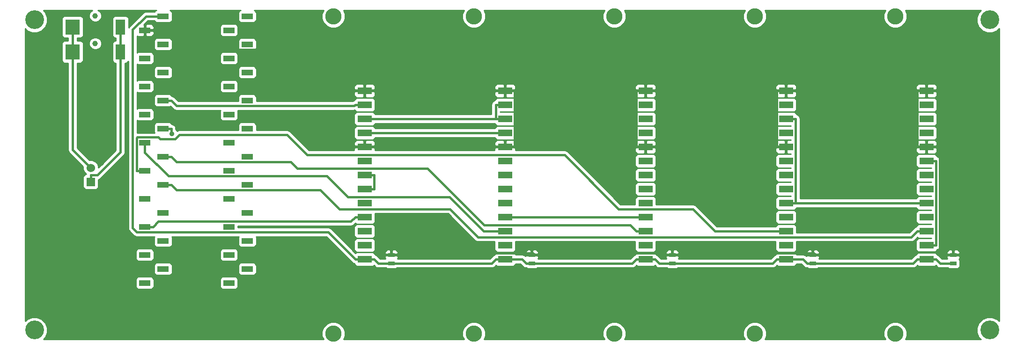
<source format=gtl>
G04 (created by PCBNEW-RS274X (2011-07-19)-testing) date Thu 01 Mar 2012 04:31:09 PM PST*
G01*
G70*
G90*
%MOIN*%
G04 Gerber Fmt 3.4, Leading zero omitted, Abs format*
%FSLAX34Y34*%
G04 APERTURE LIST*
%ADD10C,0.006000*%
%ADD11R,0.100000X0.050000*%
%ADD12C,0.116000*%
%ADD13C,0.039000*%
%ADD14R,0.067000X0.110000*%
%ADD15R,0.102400X0.110000*%
%ADD16R,0.045000X0.025000*%
%ADD17R,0.060000X0.060000*%
%ADD18C,0.060000*%
%ADD19R,0.078700X0.039400*%
%ADD20C,0.133900*%
%ADD21C,0.035000*%
%ADD22C,0.015000*%
%ADD23C,0.010000*%
G04 APERTURE END LIST*
G54D10*
G54D11*
X89500Y-34404D03*
X89500Y-35404D03*
X89500Y-36404D03*
X89500Y-37404D03*
X89500Y-38404D03*
X89500Y-39404D03*
X89500Y-40404D03*
X89500Y-41404D03*
X89500Y-42404D03*
X89500Y-43404D03*
X89500Y-44404D03*
X89500Y-45404D03*
X89500Y-46404D03*
G54D12*
X87280Y-29104D03*
X87280Y-51704D03*
G54D11*
X79500Y-34404D03*
X79500Y-35404D03*
X79500Y-36404D03*
X79500Y-37404D03*
X79500Y-38404D03*
X79500Y-39404D03*
X79500Y-40404D03*
X79500Y-41404D03*
X79500Y-42404D03*
X79500Y-43404D03*
X79500Y-44404D03*
X79500Y-45404D03*
X79500Y-46404D03*
G54D12*
X77280Y-29104D03*
X77280Y-51704D03*
G54D11*
X69500Y-34404D03*
X69500Y-35404D03*
X69500Y-36404D03*
X69500Y-37404D03*
X69500Y-38404D03*
X69500Y-39404D03*
X69500Y-40404D03*
X69500Y-41404D03*
X69500Y-42404D03*
X69500Y-43404D03*
X69500Y-44404D03*
X69500Y-45404D03*
X69500Y-46404D03*
G54D12*
X67280Y-29104D03*
X67280Y-51704D03*
G54D11*
X59500Y-34404D03*
X59500Y-35404D03*
X59500Y-36404D03*
X59500Y-37404D03*
X59500Y-38404D03*
X59500Y-39404D03*
X59500Y-40404D03*
X59500Y-41404D03*
X59500Y-42404D03*
X59500Y-43404D03*
X59500Y-44404D03*
X59500Y-45404D03*
X59500Y-46404D03*
G54D12*
X57280Y-29104D03*
X57280Y-51704D03*
G54D11*
X49500Y-34404D03*
X49500Y-35404D03*
X49500Y-36404D03*
X49500Y-37404D03*
X49500Y-38404D03*
X49500Y-39404D03*
X49500Y-40404D03*
X49500Y-41404D03*
X49500Y-42404D03*
X49500Y-43404D03*
X49500Y-44404D03*
X49500Y-45404D03*
X49500Y-46404D03*
G54D12*
X47280Y-29104D03*
X47280Y-51704D03*
G54D13*
X30315Y-29075D03*
X30315Y-31043D03*
G54D14*
X32110Y-31634D03*
X32110Y-29862D03*
G54D15*
X28701Y-29862D03*
X28701Y-31634D03*
G54D16*
X51400Y-46700D03*
X51400Y-46100D03*
X61400Y-46700D03*
X61400Y-46100D03*
X71400Y-46700D03*
X71400Y-46100D03*
X81400Y-46700D03*
X81400Y-46100D03*
X91400Y-46700D03*
X91400Y-46100D03*
G54D17*
X30000Y-40900D03*
G54D18*
X30000Y-39900D03*
G54D19*
X35154Y-29100D03*
X33850Y-30100D03*
X35154Y-31100D03*
X33850Y-32100D03*
X35154Y-33100D03*
X33850Y-34100D03*
X35154Y-35100D03*
X33850Y-36100D03*
X35154Y-37100D03*
X33850Y-38100D03*
X35154Y-39100D03*
X33850Y-40100D03*
X35154Y-41100D03*
X33850Y-42100D03*
X35154Y-43100D03*
X33850Y-44100D03*
X35154Y-45100D03*
X33850Y-46100D03*
X35154Y-47100D03*
X33850Y-48100D03*
X39846Y-48100D03*
X41150Y-47100D03*
X39846Y-46100D03*
X41150Y-45100D03*
X39846Y-44100D03*
X41150Y-43100D03*
X39846Y-42100D03*
X41150Y-41100D03*
X39846Y-40100D03*
X41150Y-39100D03*
X39846Y-38100D03*
X41150Y-37100D03*
X39846Y-36100D03*
X41150Y-35100D03*
X39846Y-34100D03*
X41150Y-33100D03*
X39846Y-32100D03*
X41150Y-31100D03*
X39846Y-30100D03*
X41150Y-29100D03*
G54D20*
X26000Y-29350D03*
X26000Y-51450D03*
X94000Y-51450D03*
X94000Y-29350D03*
G54D21*
X35779Y-37483D03*
G54D22*
X90178Y-45404D02*
X90178Y-39404D01*
X89500Y-45404D02*
X90178Y-45404D01*
X89500Y-39404D02*
X90178Y-39404D01*
X49500Y-37404D02*
X59500Y-37404D01*
X59500Y-43404D02*
X69500Y-43404D01*
X48501Y-43725D02*
X48822Y-43404D01*
X34797Y-43725D02*
X48501Y-43725D01*
X34422Y-44100D02*
X34797Y-43725D01*
X33850Y-44100D02*
X34422Y-44100D01*
X49500Y-43404D02*
X48822Y-43404D01*
X48751Y-35475D02*
X48822Y-35404D01*
X36101Y-35475D02*
X48751Y-35475D01*
X35726Y-35100D02*
X36101Y-35475D01*
X35154Y-35100D02*
X35726Y-35100D01*
X49500Y-35404D02*
X48822Y-35404D01*
X59500Y-35404D02*
X58822Y-35404D01*
X58822Y-36404D02*
X58822Y-35404D01*
X49500Y-36404D02*
X58822Y-36404D01*
X58822Y-36404D02*
X59500Y-36404D01*
X79500Y-42404D02*
X80178Y-42404D01*
X80178Y-42404D02*
X89500Y-42404D01*
X79500Y-36404D02*
X80178Y-36404D01*
X80178Y-42404D02*
X80178Y-36404D01*
X35726Y-37430D02*
X35779Y-37483D01*
X35726Y-37100D02*
X35726Y-37430D01*
X35154Y-37100D02*
X35726Y-37100D01*
X57985Y-44404D02*
X59500Y-44404D01*
X55554Y-41973D02*
X57985Y-44404D01*
X48314Y-41973D02*
X55554Y-41973D01*
X46816Y-40475D02*
X48314Y-41973D01*
X35530Y-40475D02*
X46816Y-40475D01*
X33850Y-38795D02*
X35530Y-40475D01*
X33850Y-38100D02*
X33850Y-38795D01*
X35154Y-39100D02*
X35726Y-39100D01*
X69500Y-44404D02*
X68822Y-44404D01*
X68394Y-43976D02*
X68822Y-44404D01*
X58011Y-43976D02*
X68394Y-43976D01*
X53973Y-39938D02*
X58011Y-43976D01*
X44706Y-39938D02*
X53973Y-39938D01*
X44243Y-39475D02*
X44706Y-39938D01*
X36101Y-39475D02*
X44243Y-39475D01*
X35726Y-39100D02*
X36101Y-39475D01*
X74454Y-44404D02*
X79500Y-44404D01*
X72883Y-42833D02*
X74454Y-44404D01*
X67586Y-42833D02*
X72883Y-42833D01*
X63729Y-38976D02*
X67586Y-42833D01*
X45396Y-38976D02*
X63729Y-38976D01*
X43963Y-37543D02*
X45396Y-38976D01*
X36314Y-37543D02*
X43963Y-37543D01*
X36005Y-37852D02*
X36314Y-37543D01*
X34943Y-37852D02*
X36005Y-37852D01*
X34815Y-37724D02*
X34943Y-37852D01*
X33321Y-37724D02*
X34815Y-37724D01*
X33279Y-37766D02*
X33321Y-37724D01*
X33279Y-40100D02*
X33279Y-37766D01*
X33850Y-40100D02*
X33279Y-40100D01*
X88394Y-44832D02*
X88822Y-44404D01*
X57585Y-44832D02*
X88394Y-44832D01*
X55586Y-42833D02*
X57585Y-44832D01*
X47692Y-42833D02*
X55586Y-42833D01*
X46334Y-41475D02*
X47692Y-42833D01*
X36101Y-41475D02*
X46334Y-41475D01*
X35726Y-41100D02*
X36101Y-41475D01*
X35154Y-41100D02*
X35726Y-41100D01*
X89500Y-44404D02*
X88822Y-44404D01*
X90474Y-46700D02*
X90178Y-46404D01*
X91400Y-46700D02*
X90474Y-46700D01*
X89500Y-46404D02*
X90178Y-46404D01*
X80701Y-46404D02*
X79500Y-46404D01*
X80997Y-46700D02*
X80701Y-46404D01*
X69500Y-46404D02*
X70178Y-46404D01*
X60701Y-46404D02*
X59500Y-46404D01*
X60997Y-46700D02*
X60701Y-46404D01*
X61391Y-46700D02*
X60997Y-46700D01*
X81391Y-46700D02*
X80997Y-46700D01*
X81391Y-46700D02*
X81400Y-46700D01*
X88526Y-46700D02*
X88822Y-46404D01*
X81400Y-46700D02*
X88526Y-46700D01*
X89500Y-46404D02*
X88822Y-46404D01*
X61391Y-46700D02*
X61400Y-46700D01*
X68526Y-46700D02*
X68822Y-46404D01*
X61400Y-46700D02*
X68526Y-46700D01*
X69500Y-46404D02*
X68822Y-46404D01*
X58526Y-46700D02*
X58822Y-46404D01*
X51400Y-46700D02*
X58526Y-46700D01*
X59500Y-46404D02*
X58822Y-46404D01*
X70474Y-46700D02*
X71400Y-46700D01*
X70178Y-46404D02*
X70474Y-46700D01*
X78526Y-46700D02*
X78822Y-46404D01*
X71400Y-46700D02*
X78526Y-46700D01*
X79500Y-46404D02*
X78822Y-46404D01*
X51400Y-46700D02*
X50997Y-46700D01*
X50474Y-46700D02*
X50997Y-46700D01*
X50178Y-46404D02*
X50474Y-46700D01*
X49500Y-46404D02*
X48822Y-46404D01*
X49500Y-46404D02*
X50178Y-46404D01*
X46897Y-44479D02*
X48822Y-46404D01*
X33282Y-44479D02*
X46897Y-44479D01*
X32986Y-44183D02*
X33282Y-44479D01*
X32986Y-30046D02*
X32986Y-44183D01*
X33932Y-29100D02*
X32986Y-30046D01*
X35154Y-29100D02*
X33932Y-29100D01*
X69500Y-34404D02*
X68822Y-34404D01*
X89500Y-34404D02*
X88822Y-34404D01*
X69500Y-38404D02*
X68822Y-38404D01*
X79500Y-34404D02*
X78822Y-34404D01*
X78822Y-38404D02*
X78822Y-34404D01*
X69500Y-38404D02*
X78822Y-38404D01*
X78822Y-38404D02*
X79500Y-38404D01*
X91400Y-46100D02*
X90997Y-46100D01*
X89500Y-38404D02*
X90178Y-38404D01*
X59500Y-34404D02*
X60178Y-34404D01*
X59500Y-38404D02*
X60178Y-38404D01*
X68822Y-38054D02*
X60178Y-38054D01*
X60178Y-34404D02*
X60178Y-38054D01*
X60178Y-38054D02*
X60178Y-38404D01*
X68822Y-34404D02*
X68822Y-38054D01*
X68822Y-38054D02*
X68822Y-38404D01*
X61941Y-45962D02*
X61803Y-46100D01*
X70859Y-45962D02*
X61941Y-45962D01*
X70997Y-46100D02*
X70859Y-45962D01*
X71400Y-46100D02*
X70997Y-46100D01*
X61400Y-46100D02*
X61602Y-46100D01*
X61602Y-46100D02*
X61803Y-46100D01*
X51941Y-45962D02*
X51803Y-46100D01*
X61464Y-45962D02*
X51941Y-45962D01*
X61602Y-46100D02*
X61464Y-45962D01*
X51400Y-46100D02*
X51803Y-46100D01*
X79500Y-34404D02*
X88822Y-34404D01*
X88822Y-34404D02*
X88822Y-38404D01*
X89500Y-38404D02*
X88822Y-38404D01*
X45894Y-31476D02*
X48822Y-34404D01*
X37332Y-31476D02*
X45894Y-31476D01*
X35956Y-30100D02*
X37332Y-31476D01*
X33850Y-30100D02*
X35956Y-30100D01*
X49500Y-34404D02*
X48822Y-34404D01*
X90431Y-38657D02*
X90178Y-38404D01*
X90431Y-45902D02*
X90431Y-38657D01*
X90799Y-45902D02*
X90431Y-45902D01*
X90997Y-46100D02*
X90799Y-45902D01*
X82001Y-45902D02*
X81803Y-46100D01*
X90431Y-45902D02*
X82001Y-45902D01*
X81400Y-46100D02*
X81602Y-46100D01*
X81602Y-46100D02*
X81803Y-46100D01*
X71941Y-45962D02*
X71803Y-46100D01*
X81464Y-45962D02*
X71941Y-45962D01*
X81602Y-46100D02*
X81464Y-45962D01*
X71400Y-46100D02*
X71803Y-46100D01*
X50178Y-41404D02*
X50178Y-40404D01*
X49500Y-41404D02*
X50178Y-41404D01*
X49500Y-40404D02*
X50178Y-40404D01*
X28701Y-38601D02*
X28701Y-31634D01*
X30000Y-39900D02*
X28701Y-38601D01*
X28701Y-31634D02*
X28701Y-29862D01*
X30000Y-40900D02*
X30000Y-40422D01*
X32110Y-38790D02*
X32110Y-31634D01*
X30478Y-40422D02*
X32110Y-38790D01*
X30000Y-40422D02*
X30478Y-40422D01*
X32110Y-31634D02*
X32110Y-29862D01*
G54D10*
G36*
X94675Y-50825D02*
X94521Y-50671D01*
X94184Y-50531D01*
X93818Y-50531D01*
X93480Y-50671D01*
X93221Y-50929D01*
X93081Y-51266D01*
X93081Y-51632D01*
X93221Y-51970D01*
X93375Y-52125D01*
X88003Y-52125D01*
X88110Y-51870D01*
X88110Y-51540D01*
X87984Y-51235D01*
X87751Y-51001D01*
X87446Y-50874D01*
X87116Y-50874D01*
X86811Y-51000D01*
X86577Y-51233D01*
X86450Y-51538D01*
X86450Y-51868D01*
X86556Y-52125D01*
X78003Y-52125D01*
X78110Y-51870D01*
X78110Y-51540D01*
X77984Y-51235D01*
X77751Y-51001D01*
X77446Y-50874D01*
X77116Y-50874D01*
X76811Y-51000D01*
X76577Y-51233D01*
X76450Y-51538D01*
X76450Y-51868D01*
X76556Y-52125D01*
X68003Y-52125D01*
X68110Y-51870D01*
X68110Y-51540D01*
X67984Y-51235D01*
X67751Y-51001D01*
X67446Y-50874D01*
X67116Y-50874D01*
X66811Y-51000D01*
X66577Y-51233D01*
X66450Y-51538D01*
X66450Y-51868D01*
X66556Y-52125D01*
X58003Y-52125D01*
X58110Y-51870D01*
X58110Y-51540D01*
X57984Y-51235D01*
X57751Y-51001D01*
X57446Y-50874D01*
X57116Y-50874D01*
X56811Y-51000D01*
X56577Y-51233D01*
X56450Y-51538D01*
X56450Y-51868D01*
X56556Y-52125D01*
X48003Y-52125D01*
X48110Y-51870D01*
X48110Y-51540D01*
X47984Y-51235D01*
X47751Y-51001D01*
X47446Y-50874D01*
X47116Y-50874D01*
X46811Y-51000D01*
X46577Y-51233D01*
X46450Y-51538D01*
X46450Y-51868D01*
X46556Y-52125D01*
X41792Y-52125D01*
X41792Y-47347D01*
X41792Y-47248D01*
X41792Y-46854D01*
X41754Y-46762D01*
X41684Y-46692D01*
X41593Y-46654D01*
X41494Y-46654D01*
X40708Y-46654D01*
X40616Y-46692D01*
X40546Y-46762D01*
X40508Y-46853D01*
X40508Y-46952D01*
X40508Y-47346D01*
X40546Y-47438D01*
X40616Y-47508D01*
X40707Y-47546D01*
X40806Y-47546D01*
X41592Y-47546D01*
X41684Y-47508D01*
X41754Y-47438D01*
X41792Y-47347D01*
X41792Y-52125D01*
X40488Y-52125D01*
X40488Y-48347D01*
X40488Y-48248D01*
X40488Y-47854D01*
X40488Y-46347D01*
X40488Y-46248D01*
X40488Y-45854D01*
X40450Y-45762D01*
X40380Y-45692D01*
X40289Y-45654D01*
X40190Y-45654D01*
X39404Y-45654D01*
X39312Y-45692D01*
X39242Y-45762D01*
X39204Y-45853D01*
X39204Y-45952D01*
X39204Y-46346D01*
X39242Y-46438D01*
X39312Y-46508D01*
X39403Y-46546D01*
X39502Y-46546D01*
X40288Y-46546D01*
X40380Y-46508D01*
X40450Y-46438D01*
X40488Y-46347D01*
X40488Y-47854D01*
X40450Y-47762D01*
X40380Y-47692D01*
X40289Y-47654D01*
X40190Y-47654D01*
X39404Y-47654D01*
X39312Y-47692D01*
X39242Y-47762D01*
X39204Y-47853D01*
X39204Y-47952D01*
X39204Y-48346D01*
X39242Y-48438D01*
X39312Y-48508D01*
X39403Y-48546D01*
X39502Y-48546D01*
X40288Y-48546D01*
X40380Y-48508D01*
X40450Y-48438D01*
X40488Y-48347D01*
X40488Y-52125D01*
X35796Y-52125D01*
X35796Y-47347D01*
X35796Y-47248D01*
X35796Y-46854D01*
X35758Y-46762D01*
X35688Y-46692D01*
X35597Y-46654D01*
X35498Y-46654D01*
X34712Y-46654D01*
X34620Y-46692D01*
X34550Y-46762D01*
X34512Y-46853D01*
X34512Y-46952D01*
X34512Y-47346D01*
X34550Y-47438D01*
X34620Y-47508D01*
X34711Y-47546D01*
X34810Y-47546D01*
X35596Y-47546D01*
X35688Y-47508D01*
X35758Y-47438D01*
X35796Y-47347D01*
X35796Y-52125D01*
X34492Y-52125D01*
X34492Y-48347D01*
X34492Y-48248D01*
X34492Y-47854D01*
X34492Y-46347D01*
X34492Y-46248D01*
X34492Y-45854D01*
X34454Y-45762D01*
X34384Y-45692D01*
X34293Y-45654D01*
X34194Y-45654D01*
X33408Y-45654D01*
X33316Y-45692D01*
X33246Y-45762D01*
X33208Y-45853D01*
X33208Y-45952D01*
X33208Y-46346D01*
X33246Y-46438D01*
X33316Y-46508D01*
X33407Y-46546D01*
X33506Y-46546D01*
X34292Y-46546D01*
X34384Y-46508D01*
X34454Y-46438D01*
X34492Y-46347D01*
X34492Y-47854D01*
X34454Y-47762D01*
X34384Y-47692D01*
X34293Y-47654D01*
X34194Y-47654D01*
X33408Y-47654D01*
X33316Y-47692D01*
X33246Y-47762D01*
X33208Y-47853D01*
X33208Y-47952D01*
X33208Y-48346D01*
X33246Y-48438D01*
X33316Y-48508D01*
X33407Y-48546D01*
X33506Y-48546D01*
X34292Y-48546D01*
X34384Y-48508D01*
X34454Y-48438D01*
X34492Y-48347D01*
X34492Y-52125D01*
X26624Y-52125D01*
X26779Y-51971D01*
X26919Y-51634D01*
X26919Y-51268D01*
X26779Y-50930D01*
X26521Y-50671D01*
X26184Y-50531D01*
X25818Y-50531D01*
X25480Y-50671D01*
X25325Y-50825D01*
X25325Y-29974D01*
X25479Y-30129D01*
X25816Y-30269D01*
X26182Y-30269D01*
X26520Y-30129D01*
X26779Y-29871D01*
X26919Y-29534D01*
X26919Y-29168D01*
X26779Y-28830D01*
X26624Y-28675D01*
X30119Y-28675D01*
X30064Y-28698D01*
X29939Y-28823D01*
X29871Y-28986D01*
X29871Y-29163D01*
X29938Y-29326D01*
X30063Y-29451D01*
X30226Y-29519D01*
X30403Y-29519D01*
X30566Y-29452D01*
X30691Y-29327D01*
X30759Y-29164D01*
X30759Y-28987D01*
X30692Y-28824D01*
X30567Y-28699D01*
X30509Y-28675D01*
X34661Y-28675D01*
X34620Y-28692D01*
X34550Y-28762D01*
X34544Y-28775D01*
X33932Y-28775D01*
X33931Y-28775D01*
X33906Y-28780D01*
X33808Y-28800D01*
X33702Y-28870D01*
X33700Y-28872D01*
X32756Y-29816D01*
X32694Y-29909D01*
X32694Y-29263D01*
X32656Y-29171D01*
X32586Y-29101D01*
X32495Y-29063D01*
X32396Y-29063D01*
X31726Y-29063D01*
X31634Y-29101D01*
X31564Y-29171D01*
X31526Y-29262D01*
X31526Y-29361D01*
X31526Y-30461D01*
X31564Y-30553D01*
X31634Y-30623D01*
X31725Y-30661D01*
X31785Y-30661D01*
X31785Y-30835D01*
X31726Y-30835D01*
X31634Y-30873D01*
X31564Y-30943D01*
X31526Y-31034D01*
X31526Y-31133D01*
X31526Y-32233D01*
X31564Y-32325D01*
X31634Y-32395D01*
X31725Y-32433D01*
X31785Y-32433D01*
X31785Y-38655D01*
X30759Y-39681D01*
X30759Y-31132D01*
X30759Y-30955D01*
X30692Y-30792D01*
X30567Y-30667D01*
X30404Y-30599D01*
X30227Y-30599D01*
X30064Y-30666D01*
X29939Y-30791D01*
X29871Y-30954D01*
X29871Y-31131D01*
X29938Y-31294D01*
X30063Y-31419D01*
X30226Y-31487D01*
X30403Y-31487D01*
X30566Y-31420D01*
X30691Y-31295D01*
X30759Y-31132D01*
X30759Y-39681D01*
X30549Y-39891D01*
X30549Y-39791D01*
X30465Y-39589D01*
X30311Y-39435D01*
X30109Y-39351D01*
X29911Y-39351D01*
X29026Y-38466D01*
X29026Y-32433D01*
X29262Y-32433D01*
X29354Y-32395D01*
X29424Y-32325D01*
X29462Y-32234D01*
X29462Y-32135D01*
X29462Y-31035D01*
X29424Y-30943D01*
X29354Y-30873D01*
X29263Y-30835D01*
X29164Y-30835D01*
X29026Y-30835D01*
X29026Y-30661D01*
X29262Y-30661D01*
X29354Y-30623D01*
X29424Y-30553D01*
X29462Y-30462D01*
X29462Y-30363D01*
X29462Y-29263D01*
X29424Y-29171D01*
X29354Y-29101D01*
X29263Y-29063D01*
X29164Y-29063D01*
X28140Y-29063D01*
X28048Y-29101D01*
X27978Y-29171D01*
X27940Y-29262D01*
X27940Y-29361D01*
X27940Y-30461D01*
X27978Y-30553D01*
X28048Y-30623D01*
X28139Y-30661D01*
X28238Y-30661D01*
X28376Y-30661D01*
X28376Y-30835D01*
X28140Y-30835D01*
X28048Y-30873D01*
X27978Y-30943D01*
X27940Y-31034D01*
X27940Y-31133D01*
X27940Y-32233D01*
X27978Y-32325D01*
X28048Y-32395D01*
X28139Y-32433D01*
X28238Y-32433D01*
X28376Y-32433D01*
X28376Y-38601D01*
X28401Y-38725D01*
X28471Y-38831D01*
X29451Y-39811D01*
X29451Y-40009D01*
X29535Y-40211D01*
X29675Y-40351D01*
X29651Y-40351D01*
X29559Y-40389D01*
X29489Y-40459D01*
X29451Y-40550D01*
X29451Y-40649D01*
X29451Y-41249D01*
X29489Y-41341D01*
X29559Y-41411D01*
X29650Y-41449D01*
X29749Y-41449D01*
X30349Y-41449D01*
X30441Y-41411D01*
X30511Y-41341D01*
X30549Y-41250D01*
X30549Y-41151D01*
X30549Y-40732D01*
X30602Y-40722D01*
X30708Y-40652D01*
X32339Y-39021D01*
X32339Y-39020D01*
X32340Y-39020D01*
X32409Y-38915D01*
X32410Y-38914D01*
X32429Y-38816D01*
X32435Y-38791D01*
X32434Y-38790D01*
X32435Y-38790D01*
X32435Y-32433D01*
X32494Y-32433D01*
X32586Y-32395D01*
X32656Y-32325D01*
X32661Y-32313D01*
X32661Y-44183D01*
X32686Y-44307D01*
X32756Y-44413D01*
X33050Y-44706D01*
X33052Y-44709D01*
X33157Y-44778D01*
X33158Y-44779D01*
X33282Y-44804D01*
X34532Y-44804D01*
X34512Y-44853D01*
X34512Y-44952D01*
X34512Y-45346D01*
X34550Y-45438D01*
X34620Y-45508D01*
X34711Y-45546D01*
X34810Y-45546D01*
X35596Y-45546D01*
X35688Y-45508D01*
X35758Y-45438D01*
X35796Y-45347D01*
X35796Y-45248D01*
X35796Y-44854D01*
X35775Y-44804D01*
X40528Y-44804D01*
X40508Y-44853D01*
X40508Y-44952D01*
X40508Y-45346D01*
X40546Y-45438D01*
X40616Y-45508D01*
X40707Y-45546D01*
X40806Y-45546D01*
X41592Y-45546D01*
X41684Y-45508D01*
X41754Y-45438D01*
X41792Y-45347D01*
X41792Y-45248D01*
X41792Y-44854D01*
X41771Y-44804D01*
X46762Y-44804D01*
X48592Y-46634D01*
X48697Y-46704D01*
X48698Y-46704D01*
X48756Y-46715D01*
X48789Y-46795D01*
X48859Y-46865D01*
X48950Y-46903D01*
X49049Y-46903D01*
X50049Y-46903D01*
X50141Y-46865D01*
X50160Y-46845D01*
X50242Y-46927D01*
X50244Y-46930D01*
X50349Y-46999D01*
X50350Y-47000D01*
X50474Y-47025D01*
X50997Y-47025D01*
X51023Y-47025D01*
X51034Y-47036D01*
X51125Y-47074D01*
X51224Y-47074D01*
X51674Y-47074D01*
X51766Y-47036D01*
X51777Y-47025D01*
X58526Y-47025D01*
X58650Y-47000D01*
X58756Y-46930D01*
X58839Y-46845D01*
X58859Y-46865D01*
X58950Y-46903D01*
X59049Y-46903D01*
X60049Y-46903D01*
X60141Y-46865D01*
X60211Y-46795D01*
X60238Y-46729D01*
X60566Y-46729D01*
X60765Y-46927D01*
X60767Y-46930D01*
X60872Y-46999D01*
X60873Y-47000D01*
X60997Y-47025D01*
X61023Y-47025D01*
X61034Y-47036D01*
X61125Y-47074D01*
X61224Y-47074D01*
X61674Y-47074D01*
X61766Y-47036D01*
X61777Y-47025D01*
X68526Y-47025D01*
X68650Y-47000D01*
X68756Y-46930D01*
X68839Y-46845D01*
X68859Y-46865D01*
X68950Y-46903D01*
X69049Y-46903D01*
X70049Y-46903D01*
X70141Y-46865D01*
X70160Y-46845D01*
X70242Y-46927D01*
X70244Y-46930D01*
X70349Y-46999D01*
X70350Y-47000D01*
X70474Y-47025D01*
X71023Y-47025D01*
X71034Y-47036D01*
X71125Y-47074D01*
X71224Y-47074D01*
X71674Y-47074D01*
X71766Y-47036D01*
X71777Y-47025D01*
X78526Y-47025D01*
X78650Y-47000D01*
X78756Y-46930D01*
X78839Y-46845D01*
X78859Y-46865D01*
X78950Y-46903D01*
X79049Y-46903D01*
X80049Y-46903D01*
X80141Y-46865D01*
X80211Y-46795D01*
X80238Y-46729D01*
X80566Y-46729D01*
X80765Y-46927D01*
X80767Y-46930D01*
X80872Y-46999D01*
X80873Y-47000D01*
X80997Y-47025D01*
X81023Y-47025D01*
X81034Y-47036D01*
X81125Y-47074D01*
X81224Y-47074D01*
X81674Y-47074D01*
X81766Y-47036D01*
X81777Y-47025D01*
X88526Y-47025D01*
X88650Y-47000D01*
X88756Y-46930D01*
X88839Y-46845D01*
X88859Y-46865D01*
X88950Y-46903D01*
X89049Y-46903D01*
X90049Y-46903D01*
X90141Y-46865D01*
X90160Y-46845D01*
X90242Y-46927D01*
X90244Y-46930D01*
X90349Y-46999D01*
X90350Y-47000D01*
X90474Y-47025D01*
X91023Y-47025D01*
X91034Y-47036D01*
X91125Y-47074D01*
X91224Y-47074D01*
X91674Y-47074D01*
X91766Y-47036D01*
X91836Y-46966D01*
X91874Y-46875D01*
X91874Y-46776D01*
X91874Y-46526D01*
X91836Y-46434D01*
X91802Y-46400D01*
X91836Y-46366D01*
X91874Y-46274D01*
X91875Y-46212D01*
X91875Y-45988D01*
X91874Y-45926D01*
X91836Y-45834D01*
X91766Y-45764D01*
X91675Y-45726D01*
X91576Y-45726D01*
X91512Y-45725D01*
X91450Y-45787D01*
X91450Y-46050D01*
X91813Y-46050D01*
X91875Y-45988D01*
X91875Y-46212D01*
X91813Y-46150D01*
X91500Y-46150D01*
X91450Y-46150D01*
X91350Y-46150D01*
X91350Y-46050D01*
X91350Y-45787D01*
X91288Y-45725D01*
X91224Y-45726D01*
X91125Y-45726D01*
X91034Y-45764D01*
X90964Y-45834D01*
X90926Y-45926D01*
X90925Y-45988D01*
X90987Y-46050D01*
X91350Y-46050D01*
X91350Y-46150D01*
X91300Y-46150D01*
X90987Y-46150D01*
X90925Y-46212D01*
X90926Y-46274D01*
X90964Y-46366D01*
X90973Y-46375D01*
X90608Y-46375D01*
X90408Y-46174D01*
X90302Y-46104D01*
X90243Y-46092D01*
X90211Y-46013D01*
X90141Y-45943D01*
X90050Y-45905D01*
X89951Y-45905D01*
X88951Y-45905D01*
X88859Y-45943D01*
X88789Y-46013D01*
X88755Y-46092D01*
X88698Y-46104D01*
X88592Y-46174D01*
X88590Y-46176D01*
X88391Y-46375D01*
X81827Y-46375D01*
X81836Y-46366D01*
X81874Y-46274D01*
X81875Y-46212D01*
X81875Y-45988D01*
X81874Y-45926D01*
X81836Y-45834D01*
X81766Y-45764D01*
X81675Y-45726D01*
X81576Y-45726D01*
X81512Y-45725D01*
X81450Y-45787D01*
X81450Y-46050D01*
X81813Y-46050D01*
X81875Y-45988D01*
X81875Y-46212D01*
X81813Y-46150D01*
X81500Y-46150D01*
X81450Y-46150D01*
X81350Y-46150D01*
X81350Y-46050D01*
X81350Y-45787D01*
X81288Y-45725D01*
X81224Y-45726D01*
X81125Y-45726D01*
X81034Y-45764D01*
X80964Y-45834D01*
X80926Y-45926D01*
X80925Y-45988D01*
X80987Y-46050D01*
X81350Y-46050D01*
X81350Y-46150D01*
X81300Y-46150D01*
X80987Y-46150D01*
X80946Y-46190D01*
X80931Y-46174D01*
X80825Y-46104D01*
X80701Y-46079D01*
X80238Y-46079D01*
X80211Y-46013D01*
X80141Y-45943D01*
X80050Y-45905D01*
X79951Y-45905D01*
X78951Y-45905D01*
X78859Y-45943D01*
X78789Y-46013D01*
X78755Y-46092D01*
X78698Y-46104D01*
X78592Y-46174D01*
X78590Y-46176D01*
X78391Y-46375D01*
X71827Y-46375D01*
X71836Y-46366D01*
X71874Y-46274D01*
X71875Y-46212D01*
X71875Y-45988D01*
X71874Y-45926D01*
X71836Y-45834D01*
X71766Y-45764D01*
X71675Y-45726D01*
X71576Y-45726D01*
X71512Y-45725D01*
X71450Y-45787D01*
X71450Y-46050D01*
X71813Y-46050D01*
X71875Y-45988D01*
X71875Y-46212D01*
X71813Y-46150D01*
X71500Y-46150D01*
X71450Y-46150D01*
X71350Y-46150D01*
X71350Y-46050D01*
X71350Y-45787D01*
X71288Y-45725D01*
X71224Y-45726D01*
X71125Y-45726D01*
X71034Y-45764D01*
X70964Y-45834D01*
X70926Y-45926D01*
X70925Y-45988D01*
X70987Y-46050D01*
X71350Y-46050D01*
X71350Y-46150D01*
X71300Y-46150D01*
X70987Y-46150D01*
X70925Y-46212D01*
X70926Y-46274D01*
X70964Y-46366D01*
X70973Y-46375D01*
X70608Y-46375D01*
X70408Y-46174D01*
X70302Y-46104D01*
X70243Y-46092D01*
X70211Y-46013D01*
X70141Y-45943D01*
X70050Y-45905D01*
X69951Y-45905D01*
X68951Y-45905D01*
X68859Y-45943D01*
X68789Y-46013D01*
X68755Y-46092D01*
X68698Y-46104D01*
X68592Y-46174D01*
X68590Y-46176D01*
X68391Y-46375D01*
X61827Y-46375D01*
X61836Y-46366D01*
X61874Y-46274D01*
X61875Y-46212D01*
X61875Y-45988D01*
X61874Y-45926D01*
X61836Y-45834D01*
X61766Y-45764D01*
X61675Y-45726D01*
X61576Y-45726D01*
X61512Y-45725D01*
X61450Y-45787D01*
X61450Y-46050D01*
X61813Y-46050D01*
X61875Y-45988D01*
X61875Y-46212D01*
X61813Y-46150D01*
X61500Y-46150D01*
X61450Y-46150D01*
X61350Y-46150D01*
X61350Y-46050D01*
X61350Y-45787D01*
X61288Y-45725D01*
X61224Y-45726D01*
X61125Y-45726D01*
X61034Y-45764D01*
X60964Y-45834D01*
X60926Y-45926D01*
X60925Y-45988D01*
X60987Y-46050D01*
X61350Y-46050D01*
X61350Y-46150D01*
X61300Y-46150D01*
X60987Y-46150D01*
X60946Y-46190D01*
X60931Y-46174D01*
X60825Y-46104D01*
X60701Y-46079D01*
X60238Y-46079D01*
X60211Y-46013D01*
X60141Y-45943D01*
X60050Y-45905D01*
X59951Y-45905D01*
X58951Y-45905D01*
X58859Y-45943D01*
X58789Y-46013D01*
X58755Y-46092D01*
X58698Y-46104D01*
X58592Y-46174D01*
X58590Y-46176D01*
X58391Y-46375D01*
X51827Y-46375D01*
X51836Y-46366D01*
X51874Y-46274D01*
X51875Y-46212D01*
X51875Y-45988D01*
X51874Y-45926D01*
X51836Y-45834D01*
X51766Y-45764D01*
X51675Y-45726D01*
X51576Y-45726D01*
X51512Y-45725D01*
X51450Y-45787D01*
X51450Y-46050D01*
X51813Y-46050D01*
X51875Y-45988D01*
X51875Y-46212D01*
X51813Y-46150D01*
X51500Y-46150D01*
X51450Y-46150D01*
X51350Y-46150D01*
X51350Y-46050D01*
X51350Y-45787D01*
X51288Y-45725D01*
X51224Y-45726D01*
X51125Y-45726D01*
X51034Y-45764D01*
X50964Y-45834D01*
X50926Y-45926D01*
X50925Y-45988D01*
X50987Y-46050D01*
X51350Y-46050D01*
X51350Y-46150D01*
X51300Y-46150D01*
X50987Y-46150D01*
X50925Y-46212D01*
X50926Y-46274D01*
X50964Y-46366D01*
X50973Y-46375D01*
X50608Y-46375D01*
X50408Y-46174D01*
X50302Y-46104D01*
X50249Y-46093D01*
X50249Y-45704D01*
X50249Y-45605D01*
X50249Y-45105D01*
X50249Y-44704D01*
X50249Y-44605D01*
X50249Y-44105D01*
X50211Y-44013D01*
X50141Y-43943D01*
X50050Y-43905D01*
X49951Y-43905D01*
X48951Y-43905D01*
X48859Y-43943D01*
X48789Y-44013D01*
X48751Y-44104D01*
X48751Y-44203D01*
X48751Y-44703D01*
X48789Y-44795D01*
X48859Y-44865D01*
X48950Y-44903D01*
X49049Y-44903D01*
X50049Y-44903D01*
X50141Y-44865D01*
X50211Y-44795D01*
X50249Y-44704D01*
X50249Y-45105D01*
X50211Y-45013D01*
X50141Y-44943D01*
X50050Y-44905D01*
X49951Y-44905D01*
X48951Y-44905D01*
X48859Y-44943D01*
X48789Y-45013D01*
X48751Y-45104D01*
X48751Y-45203D01*
X48751Y-45703D01*
X48789Y-45795D01*
X48859Y-45865D01*
X48950Y-45903D01*
X49049Y-45903D01*
X50049Y-45903D01*
X50141Y-45865D01*
X50211Y-45795D01*
X50249Y-45704D01*
X50249Y-46093D01*
X50243Y-46092D01*
X50211Y-46013D01*
X50141Y-45943D01*
X50050Y-45905D01*
X49951Y-45905D01*
X48951Y-45905D01*
X48859Y-45943D01*
X48840Y-45962D01*
X47127Y-44249D01*
X47021Y-44179D01*
X46897Y-44154D01*
X40488Y-44154D01*
X40488Y-44050D01*
X48501Y-44050D01*
X48625Y-44025D01*
X48731Y-43955D01*
X48839Y-43845D01*
X48859Y-43865D01*
X48950Y-43903D01*
X49049Y-43903D01*
X50049Y-43903D01*
X50141Y-43865D01*
X50211Y-43795D01*
X50249Y-43704D01*
X50249Y-43605D01*
X50249Y-43158D01*
X55451Y-43158D01*
X57355Y-45062D01*
X57461Y-45132D01*
X57585Y-45157D01*
X58751Y-45157D01*
X58751Y-45203D01*
X58751Y-45703D01*
X58789Y-45795D01*
X58859Y-45865D01*
X58950Y-45903D01*
X59049Y-45903D01*
X60049Y-45903D01*
X60141Y-45865D01*
X60211Y-45795D01*
X60249Y-45704D01*
X60249Y-45605D01*
X60249Y-45157D01*
X68751Y-45157D01*
X68751Y-45203D01*
X68751Y-45703D01*
X68789Y-45795D01*
X68859Y-45865D01*
X68950Y-45903D01*
X69049Y-45903D01*
X70049Y-45903D01*
X70141Y-45865D01*
X70211Y-45795D01*
X70249Y-45704D01*
X70249Y-45605D01*
X70249Y-45157D01*
X78751Y-45157D01*
X78751Y-45203D01*
X78751Y-45703D01*
X78789Y-45795D01*
X78859Y-45865D01*
X78950Y-45903D01*
X79049Y-45903D01*
X80049Y-45903D01*
X80141Y-45865D01*
X80211Y-45795D01*
X80249Y-45704D01*
X80249Y-45605D01*
X80249Y-45157D01*
X88394Y-45157D01*
X88518Y-45132D01*
X88624Y-45062D01*
X88840Y-44846D01*
X88859Y-44865D01*
X88950Y-44903D01*
X89049Y-44903D01*
X89853Y-44903D01*
X89853Y-44905D01*
X88951Y-44905D01*
X88859Y-44943D01*
X88789Y-45013D01*
X88751Y-45104D01*
X88751Y-45203D01*
X88751Y-45703D01*
X88789Y-45795D01*
X88859Y-45865D01*
X88950Y-45903D01*
X89049Y-45903D01*
X90049Y-45903D01*
X90141Y-45865D01*
X90211Y-45795D01*
X90244Y-45715D01*
X90302Y-45704D01*
X90408Y-45634D01*
X90478Y-45528D01*
X90503Y-45404D01*
X90503Y-39404D01*
X90478Y-39280D01*
X90408Y-39174D01*
X90302Y-39104D01*
X90250Y-39093D01*
X90250Y-38516D01*
X90250Y-38292D01*
X90250Y-34516D01*
X90250Y-34292D01*
X90249Y-34203D01*
X90249Y-34104D01*
X90211Y-34013D01*
X90141Y-33943D01*
X90049Y-33905D01*
X89612Y-33904D01*
X89550Y-33966D01*
X89550Y-34354D01*
X90188Y-34354D01*
X90250Y-34292D01*
X90250Y-34516D01*
X90188Y-34454D01*
X89550Y-34454D01*
X89550Y-34842D01*
X89612Y-34904D01*
X90049Y-34903D01*
X90141Y-34865D01*
X90211Y-34795D01*
X90249Y-34704D01*
X90249Y-34605D01*
X90250Y-34516D01*
X90250Y-38292D01*
X90249Y-38203D01*
X90249Y-38104D01*
X90249Y-37704D01*
X90249Y-37605D01*
X90249Y-37105D01*
X90249Y-36704D01*
X90249Y-36605D01*
X90249Y-36105D01*
X90249Y-35704D01*
X90249Y-35605D01*
X90249Y-35105D01*
X90211Y-35013D01*
X90141Y-34943D01*
X90050Y-34905D01*
X89951Y-34905D01*
X89450Y-34905D01*
X89450Y-34842D01*
X89450Y-34454D01*
X89450Y-34354D01*
X89450Y-33966D01*
X89388Y-33904D01*
X88951Y-33905D01*
X88859Y-33943D01*
X88789Y-34013D01*
X88751Y-34104D01*
X88751Y-34203D01*
X88750Y-34292D01*
X88812Y-34354D01*
X89450Y-34354D01*
X89450Y-34454D01*
X88812Y-34454D01*
X88750Y-34516D01*
X88751Y-34605D01*
X88751Y-34704D01*
X88789Y-34795D01*
X88859Y-34865D01*
X88951Y-34903D01*
X89388Y-34904D01*
X89450Y-34842D01*
X89450Y-34905D01*
X88951Y-34905D01*
X88859Y-34943D01*
X88789Y-35013D01*
X88751Y-35104D01*
X88751Y-35203D01*
X88751Y-35703D01*
X88789Y-35795D01*
X88859Y-35865D01*
X88950Y-35903D01*
X89049Y-35903D01*
X90049Y-35903D01*
X90141Y-35865D01*
X90211Y-35795D01*
X90249Y-35704D01*
X90249Y-36105D01*
X90211Y-36013D01*
X90141Y-35943D01*
X90050Y-35905D01*
X89951Y-35905D01*
X88951Y-35905D01*
X88859Y-35943D01*
X88789Y-36013D01*
X88751Y-36104D01*
X88751Y-36203D01*
X88751Y-36703D01*
X88789Y-36795D01*
X88859Y-36865D01*
X88950Y-36903D01*
X89049Y-36903D01*
X90049Y-36903D01*
X90141Y-36865D01*
X90211Y-36795D01*
X90249Y-36704D01*
X90249Y-37105D01*
X90211Y-37013D01*
X90141Y-36943D01*
X90050Y-36905D01*
X89951Y-36905D01*
X88951Y-36905D01*
X88859Y-36943D01*
X88789Y-37013D01*
X88751Y-37104D01*
X88751Y-37203D01*
X88751Y-37703D01*
X88789Y-37795D01*
X88859Y-37865D01*
X88950Y-37903D01*
X89049Y-37903D01*
X90049Y-37903D01*
X90141Y-37865D01*
X90211Y-37795D01*
X90249Y-37704D01*
X90249Y-38104D01*
X90211Y-38013D01*
X90141Y-37943D01*
X90049Y-37905D01*
X89612Y-37904D01*
X89550Y-37966D01*
X89550Y-38354D01*
X90188Y-38354D01*
X90250Y-38292D01*
X90250Y-38516D01*
X90188Y-38454D01*
X89550Y-38454D01*
X89550Y-38842D01*
X89612Y-38904D01*
X90049Y-38903D01*
X90141Y-38865D01*
X90211Y-38795D01*
X90249Y-38704D01*
X90249Y-38605D01*
X90250Y-38516D01*
X90250Y-39093D01*
X90243Y-39092D01*
X90211Y-39013D01*
X90141Y-38943D01*
X90050Y-38905D01*
X89951Y-38905D01*
X89450Y-38905D01*
X89450Y-38842D01*
X89450Y-38454D01*
X89450Y-38354D01*
X89450Y-37966D01*
X89388Y-37904D01*
X88951Y-37905D01*
X88859Y-37943D01*
X88789Y-38013D01*
X88751Y-38104D01*
X88751Y-38203D01*
X88750Y-38292D01*
X88812Y-38354D01*
X89450Y-38354D01*
X89450Y-38454D01*
X88812Y-38454D01*
X88750Y-38516D01*
X88751Y-38605D01*
X88751Y-38704D01*
X88789Y-38795D01*
X88859Y-38865D01*
X88951Y-38903D01*
X89388Y-38904D01*
X89450Y-38842D01*
X89450Y-38905D01*
X88951Y-38905D01*
X88859Y-38943D01*
X88789Y-39013D01*
X88751Y-39104D01*
X88751Y-39203D01*
X88751Y-39703D01*
X88789Y-39795D01*
X88859Y-39865D01*
X88950Y-39903D01*
X89049Y-39903D01*
X89853Y-39903D01*
X89853Y-39905D01*
X88951Y-39905D01*
X88859Y-39943D01*
X88789Y-40013D01*
X88751Y-40104D01*
X88751Y-40203D01*
X88751Y-40703D01*
X88789Y-40795D01*
X88859Y-40865D01*
X88950Y-40903D01*
X89049Y-40903D01*
X89853Y-40903D01*
X89853Y-40905D01*
X88951Y-40905D01*
X88859Y-40943D01*
X88789Y-41013D01*
X88751Y-41104D01*
X88751Y-41203D01*
X88751Y-41703D01*
X88789Y-41795D01*
X88859Y-41865D01*
X88950Y-41903D01*
X89049Y-41903D01*
X89853Y-41903D01*
X89853Y-41905D01*
X88951Y-41905D01*
X88859Y-41943D01*
X88789Y-42013D01*
X88761Y-42079D01*
X80503Y-42079D01*
X80503Y-36404D01*
X80478Y-36280D01*
X80408Y-36174D01*
X80302Y-36104D01*
X80250Y-36093D01*
X80250Y-34516D01*
X80250Y-34292D01*
X80249Y-34203D01*
X80249Y-34104D01*
X80211Y-34013D01*
X80141Y-33943D01*
X80049Y-33905D01*
X79612Y-33904D01*
X79550Y-33966D01*
X79550Y-34354D01*
X80188Y-34354D01*
X80250Y-34292D01*
X80250Y-34516D01*
X80188Y-34454D01*
X79550Y-34454D01*
X79550Y-34842D01*
X79612Y-34904D01*
X80049Y-34903D01*
X80141Y-34865D01*
X80211Y-34795D01*
X80249Y-34704D01*
X80249Y-34605D01*
X80250Y-34516D01*
X80250Y-36093D01*
X80249Y-36093D01*
X80249Y-35704D01*
X80249Y-35605D01*
X80249Y-35105D01*
X80211Y-35013D01*
X80141Y-34943D01*
X80050Y-34905D01*
X79951Y-34905D01*
X79450Y-34905D01*
X79450Y-34842D01*
X79450Y-34454D01*
X79450Y-34354D01*
X79450Y-33966D01*
X79388Y-33904D01*
X78951Y-33905D01*
X78859Y-33943D01*
X78789Y-34013D01*
X78751Y-34104D01*
X78751Y-34203D01*
X78750Y-34292D01*
X78812Y-34354D01*
X79450Y-34354D01*
X79450Y-34454D01*
X78812Y-34454D01*
X78750Y-34516D01*
X78751Y-34605D01*
X78751Y-34704D01*
X78789Y-34795D01*
X78859Y-34865D01*
X78951Y-34903D01*
X79388Y-34904D01*
X79450Y-34842D01*
X79450Y-34905D01*
X78951Y-34905D01*
X78859Y-34943D01*
X78789Y-35013D01*
X78751Y-35104D01*
X78751Y-35203D01*
X78751Y-35703D01*
X78789Y-35795D01*
X78859Y-35865D01*
X78950Y-35903D01*
X79049Y-35903D01*
X80049Y-35903D01*
X80141Y-35865D01*
X80211Y-35795D01*
X80249Y-35704D01*
X80249Y-36093D01*
X80243Y-36092D01*
X80211Y-36013D01*
X80141Y-35943D01*
X80050Y-35905D01*
X79951Y-35905D01*
X78951Y-35905D01*
X78859Y-35943D01*
X78789Y-36013D01*
X78751Y-36104D01*
X78751Y-36203D01*
X78751Y-36703D01*
X78789Y-36795D01*
X78859Y-36865D01*
X78950Y-36903D01*
X79049Y-36903D01*
X79853Y-36903D01*
X79853Y-36905D01*
X78951Y-36905D01*
X78859Y-36943D01*
X78789Y-37013D01*
X78751Y-37104D01*
X78751Y-37203D01*
X78751Y-37703D01*
X78789Y-37795D01*
X78859Y-37865D01*
X78950Y-37903D01*
X79049Y-37903D01*
X79853Y-37903D01*
X79853Y-37904D01*
X79612Y-37904D01*
X79550Y-37966D01*
X79550Y-38304D01*
X79550Y-38354D01*
X79550Y-38454D01*
X79550Y-38504D01*
X79550Y-38842D01*
X79612Y-38904D01*
X79853Y-38903D01*
X79853Y-38905D01*
X79450Y-38905D01*
X79450Y-38842D01*
X79450Y-38454D01*
X79450Y-38354D01*
X79450Y-37966D01*
X79388Y-37904D01*
X78951Y-37905D01*
X78859Y-37943D01*
X78789Y-38013D01*
X78751Y-38104D01*
X78751Y-38203D01*
X78750Y-38292D01*
X78812Y-38354D01*
X79450Y-38354D01*
X79450Y-38454D01*
X78812Y-38454D01*
X78750Y-38516D01*
X78751Y-38605D01*
X78751Y-38704D01*
X78789Y-38795D01*
X78859Y-38865D01*
X78951Y-38903D01*
X79388Y-38904D01*
X79450Y-38842D01*
X79450Y-38905D01*
X78951Y-38905D01*
X78859Y-38943D01*
X78789Y-39013D01*
X78751Y-39104D01*
X78751Y-39203D01*
X78751Y-39703D01*
X78789Y-39795D01*
X78859Y-39865D01*
X78950Y-39903D01*
X79049Y-39903D01*
X79853Y-39903D01*
X79853Y-39905D01*
X78951Y-39905D01*
X78859Y-39943D01*
X78789Y-40013D01*
X78751Y-40104D01*
X78751Y-40203D01*
X78751Y-40703D01*
X78789Y-40795D01*
X78859Y-40865D01*
X78950Y-40903D01*
X79049Y-40903D01*
X79853Y-40903D01*
X79853Y-40905D01*
X78951Y-40905D01*
X78859Y-40943D01*
X78789Y-41013D01*
X78751Y-41104D01*
X78751Y-41203D01*
X78751Y-41703D01*
X78789Y-41795D01*
X78859Y-41865D01*
X78950Y-41903D01*
X79049Y-41903D01*
X79853Y-41903D01*
X79853Y-41905D01*
X78951Y-41905D01*
X78859Y-41943D01*
X78789Y-42013D01*
X78751Y-42104D01*
X78751Y-42203D01*
X78751Y-42703D01*
X78789Y-42795D01*
X78859Y-42865D01*
X78950Y-42903D01*
X79049Y-42903D01*
X80049Y-42903D01*
X80141Y-42865D01*
X80211Y-42795D01*
X80238Y-42729D01*
X88761Y-42729D01*
X88789Y-42795D01*
X88859Y-42865D01*
X88950Y-42903D01*
X89049Y-42903D01*
X89853Y-42903D01*
X89853Y-42905D01*
X88951Y-42905D01*
X88859Y-42943D01*
X88789Y-43013D01*
X88751Y-43104D01*
X88751Y-43203D01*
X88751Y-43703D01*
X88789Y-43795D01*
X88859Y-43865D01*
X88950Y-43903D01*
X89049Y-43903D01*
X89853Y-43903D01*
X89853Y-43905D01*
X88951Y-43905D01*
X88859Y-43943D01*
X88789Y-44013D01*
X88755Y-44092D01*
X88697Y-44104D01*
X88592Y-44174D01*
X88259Y-44507D01*
X80249Y-44507D01*
X80249Y-44105D01*
X80249Y-43704D01*
X80249Y-43605D01*
X80249Y-43105D01*
X80211Y-43013D01*
X80141Y-42943D01*
X80050Y-42905D01*
X79951Y-42905D01*
X78951Y-42905D01*
X78859Y-42943D01*
X78789Y-43013D01*
X78751Y-43104D01*
X78751Y-43203D01*
X78751Y-43703D01*
X78789Y-43795D01*
X78859Y-43865D01*
X78950Y-43903D01*
X79049Y-43903D01*
X80049Y-43903D01*
X80141Y-43865D01*
X80211Y-43795D01*
X80249Y-43704D01*
X80249Y-44105D01*
X80211Y-44013D01*
X80141Y-43943D01*
X80050Y-43905D01*
X79951Y-43905D01*
X78951Y-43905D01*
X78859Y-43943D01*
X78789Y-44013D01*
X78761Y-44079D01*
X74588Y-44079D01*
X73113Y-42603D01*
X73007Y-42533D01*
X72883Y-42508D01*
X70250Y-42508D01*
X70250Y-38516D01*
X70250Y-38292D01*
X70250Y-34516D01*
X70250Y-34292D01*
X70249Y-34203D01*
X70249Y-34104D01*
X70211Y-34013D01*
X70141Y-33943D01*
X70049Y-33905D01*
X69612Y-33904D01*
X69550Y-33966D01*
X69550Y-34354D01*
X70188Y-34354D01*
X70250Y-34292D01*
X70250Y-34516D01*
X70188Y-34454D01*
X69550Y-34454D01*
X69550Y-34842D01*
X69612Y-34904D01*
X70049Y-34903D01*
X70141Y-34865D01*
X70211Y-34795D01*
X70249Y-34704D01*
X70249Y-34605D01*
X70250Y-34516D01*
X70250Y-38292D01*
X70249Y-38203D01*
X70249Y-38104D01*
X70249Y-37704D01*
X70249Y-37605D01*
X70249Y-37105D01*
X70249Y-36704D01*
X70249Y-36605D01*
X70249Y-36105D01*
X70249Y-35704D01*
X70249Y-35605D01*
X70249Y-35105D01*
X70211Y-35013D01*
X70141Y-34943D01*
X70050Y-34905D01*
X69951Y-34905D01*
X69450Y-34905D01*
X69450Y-34842D01*
X69450Y-34454D01*
X69450Y-34354D01*
X69450Y-33966D01*
X69388Y-33904D01*
X68951Y-33905D01*
X68859Y-33943D01*
X68789Y-34013D01*
X68751Y-34104D01*
X68751Y-34203D01*
X68750Y-34292D01*
X68812Y-34354D01*
X69450Y-34354D01*
X69450Y-34454D01*
X68812Y-34454D01*
X68750Y-34516D01*
X68751Y-34605D01*
X68751Y-34704D01*
X68789Y-34795D01*
X68859Y-34865D01*
X68951Y-34903D01*
X69388Y-34904D01*
X69450Y-34842D01*
X69450Y-34905D01*
X68951Y-34905D01*
X68859Y-34943D01*
X68789Y-35013D01*
X68751Y-35104D01*
X68751Y-35203D01*
X68751Y-35703D01*
X68789Y-35795D01*
X68859Y-35865D01*
X68950Y-35903D01*
X69049Y-35903D01*
X70049Y-35903D01*
X70141Y-35865D01*
X70211Y-35795D01*
X70249Y-35704D01*
X70249Y-36105D01*
X70211Y-36013D01*
X70141Y-35943D01*
X70050Y-35905D01*
X69951Y-35905D01*
X68951Y-35905D01*
X68859Y-35943D01*
X68789Y-36013D01*
X68751Y-36104D01*
X68751Y-36203D01*
X68751Y-36703D01*
X68789Y-36795D01*
X68859Y-36865D01*
X68950Y-36903D01*
X69049Y-36903D01*
X70049Y-36903D01*
X70141Y-36865D01*
X70211Y-36795D01*
X70249Y-36704D01*
X70249Y-37105D01*
X70211Y-37013D01*
X70141Y-36943D01*
X70050Y-36905D01*
X69951Y-36905D01*
X68951Y-36905D01*
X68859Y-36943D01*
X68789Y-37013D01*
X68751Y-37104D01*
X68751Y-37203D01*
X68751Y-37703D01*
X68789Y-37795D01*
X68859Y-37865D01*
X68950Y-37903D01*
X69049Y-37903D01*
X70049Y-37903D01*
X70141Y-37865D01*
X70211Y-37795D01*
X70249Y-37704D01*
X70249Y-38104D01*
X70211Y-38013D01*
X70141Y-37943D01*
X70049Y-37905D01*
X69612Y-37904D01*
X69550Y-37966D01*
X69550Y-38354D01*
X70188Y-38354D01*
X70250Y-38292D01*
X70250Y-38516D01*
X70188Y-38454D01*
X69550Y-38454D01*
X69550Y-38842D01*
X69612Y-38904D01*
X70049Y-38903D01*
X70141Y-38865D01*
X70211Y-38795D01*
X70249Y-38704D01*
X70249Y-38605D01*
X70250Y-38516D01*
X70250Y-42508D01*
X70249Y-42508D01*
X70249Y-42105D01*
X70249Y-41704D01*
X70249Y-41605D01*
X70249Y-41105D01*
X70249Y-40704D01*
X70249Y-40605D01*
X70249Y-40105D01*
X70249Y-39704D01*
X70249Y-39605D01*
X70249Y-39105D01*
X70211Y-39013D01*
X70141Y-38943D01*
X70050Y-38905D01*
X69951Y-38905D01*
X69450Y-38905D01*
X69450Y-38842D01*
X69450Y-38454D01*
X69450Y-38354D01*
X69450Y-37966D01*
X69388Y-37904D01*
X68951Y-37905D01*
X68859Y-37943D01*
X68789Y-38013D01*
X68751Y-38104D01*
X68751Y-38203D01*
X68750Y-38292D01*
X68812Y-38354D01*
X69450Y-38354D01*
X69450Y-38454D01*
X68812Y-38454D01*
X68750Y-38516D01*
X68751Y-38605D01*
X68751Y-38704D01*
X68789Y-38795D01*
X68859Y-38865D01*
X68951Y-38903D01*
X69388Y-38904D01*
X69450Y-38842D01*
X69450Y-38905D01*
X68951Y-38905D01*
X68859Y-38943D01*
X68789Y-39013D01*
X68751Y-39104D01*
X68751Y-39203D01*
X68751Y-39703D01*
X68789Y-39795D01*
X68859Y-39865D01*
X68950Y-39903D01*
X69049Y-39903D01*
X70049Y-39903D01*
X70141Y-39865D01*
X70211Y-39795D01*
X70249Y-39704D01*
X70249Y-40105D01*
X70211Y-40013D01*
X70141Y-39943D01*
X70050Y-39905D01*
X69951Y-39905D01*
X68951Y-39905D01*
X68859Y-39943D01*
X68789Y-40013D01*
X68751Y-40104D01*
X68751Y-40203D01*
X68751Y-40703D01*
X68789Y-40795D01*
X68859Y-40865D01*
X68950Y-40903D01*
X69049Y-40903D01*
X70049Y-40903D01*
X70141Y-40865D01*
X70211Y-40795D01*
X70249Y-40704D01*
X70249Y-41105D01*
X70211Y-41013D01*
X70141Y-40943D01*
X70050Y-40905D01*
X69951Y-40905D01*
X68951Y-40905D01*
X68859Y-40943D01*
X68789Y-41013D01*
X68751Y-41104D01*
X68751Y-41203D01*
X68751Y-41703D01*
X68789Y-41795D01*
X68859Y-41865D01*
X68950Y-41903D01*
X69049Y-41903D01*
X70049Y-41903D01*
X70141Y-41865D01*
X70211Y-41795D01*
X70249Y-41704D01*
X70249Y-42105D01*
X70211Y-42013D01*
X70141Y-41943D01*
X70050Y-41905D01*
X69951Y-41905D01*
X68951Y-41905D01*
X68859Y-41943D01*
X68789Y-42013D01*
X68751Y-42104D01*
X68751Y-42203D01*
X68751Y-42508D01*
X67720Y-42508D01*
X63959Y-38746D01*
X63853Y-38676D01*
X63729Y-38651D01*
X60249Y-38651D01*
X60249Y-38605D01*
X60250Y-38516D01*
X60250Y-38292D01*
X60250Y-34516D01*
X60250Y-34292D01*
X60249Y-34203D01*
X60249Y-34104D01*
X60211Y-34013D01*
X60141Y-33943D01*
X60049Y-33905D01*
X59612Y-33904D01*
X59550Y-33966D01*
X59550Y-34354D01*
X60188Y-34354D01*
X60250Y-34292D01*
X60250Y-34516D01*
X60188Y-34454D01*
X59550Y-34454D01*
X59550Y-34842D01*
X59612Y-34904D01*
X60049Y-34903D01*
X60141Y-34865D01*
X60211Y-34795D01*
X60249Y-34704D01*
X60249Y-34605D01*
X60250Y-34516D01*
X60250Y-38292D01*
X60249Y-38203D01*
X60249Y-38104D01*
X60249Y-37704D01*
X60249Y-37605D01*
X60249Y-37105D01*
X60249Y-36704D01*
X60249Y-36605D01*
X60249Y-36105D01*
X60211Y-36013D01*
X60141Y-35943D01*
X60050Y-35905D01*
X59951Y-35905D01*
X59147Y-35905D01*
X59147Y-35903D01*
X60049Y-35903D01*
X60141Y-35865D01*
X60211Y-35795D01*
X60249Y-35704D01*
X60249Y-35605D01*
X60249Y-35105D01*
X60211Y-35013D01*
X60141Y-34943D01*
X60050Y-34905D01*
X59951Y-34905D01*
X59450Y-34905D01*
X59450Y-34842D01*
X59450Y-34454D01*
X59450Y-34354D01*
X59450Y-33966D01*
X59388Y-33904D01*
X58951Y-33905D01*
X58859Y-33943D01*
X58789Y-34013D01*
X58751Y-34104D01*
X58751Y-34203D01*
X58750Y-34292D01*
X58812Y-34354D01*
X59450Y-34354D01*
X59450Y-34454D01*
X58812Y-34454D01*
X58750Y-34516D01*
X58751Y-34605D01*
X58751Y-34704D01*
X58789Y-34795D01*
X58859Y-34865D01*
X58951Y-34903D01*
X59388Y-34904D01*
X59450Y-34842D01*
X59450Y-34905D01*
X58951Y-34905D01*
X58859Y-34943D01*
X58789Y-35013D01*
X58755Y-35092D01*
X58698Y-35104D01*
X58592Y-35174D01*
X58522Y-35280D01*
X58497Y-35404D01*
X58497Y-36079D01*
X50250Y-36079D01*
X50250Y-34516D01*
X50250Y-34292D01*
X50249Y-34203D01*
X50249Y-34104D01*
X50211Y-34013D01*
X50141Y-33943D01*
X50049Y-33905D01*
X49612Y-33904D01*
X49550Y-33966D01*
X49550Y-34354D01*
X50188Y-34354D01*
X50250Y-34292D01*
X50250Y-34516D01*
X50188Y-34454D01*
X49550Y-34454D01*
X49550Y-34842D01*
X49612Y-34904D01*
X50049Y-34903D01*
X50141Y-34865D01*
X50211Y-34795D01*
X50249Y-34704D01*
X50249Y-34605D01*
X50250Y-34516D01*
X50250Y-36079D01*
X50249Y-36079D01*
X50249Y-35704D01*
X50249Y-35605D01*
X50249Y-35105D01*
X50211Y-35013D01*
X50141Y-34943D01*
X50050Y-34905D01*
X49951Y-34905D01*
X49450Y-34905D01*
X49450Y-34842D01*
X49450Y-34454D01*
X49450Y-34354D01*
X49450Y-33966D01*
X49388Y-33904D01*
X48951Y-33905D01*
X48859Y-33943D01*
X48789Y-34013D01*
X48751Y-34104D01*
X48751Y-34203D01*
X48750Y-34292D01*
X48812Y-34354D01*
X49450Y-34354D01*
X49450Y-34454D01*
X48812Y-34454D01*
X48750Y-34516D01*
X48751Y-34605D01*
X48751Y-34704D01*
X48789Y-34795D01*
X48859Y-34865D01*
X48951Y-34903D01*
X49388Y-34904D01*
X49450Y-34842D01*
X49450Y-34905D01*
X48951Y-34905D01*
X48859Y-34943D01*
X48789Y-35013D01*
X48755Y-35092D01*
X48697Y-35104D01*
X48628Y-35150D01*
X41792Y-35150D01*
X41792Y-34854D01*
X41792Y-33347D01*
X41792Y-33248D01*
X41792Y-32854D01*
X41792Y-31347D01*
X41792Y-31248D01*
X41792Y-30854D01*
X41754Y-30762D01*
X41684Y-30692D01*
X41593Y-30654D01*
X41494Y-30654D01*
X40708Y-30654D01*
X40616Y-30692D01*
X40546Y-30762D01*
X40508Y-30853D01*
X40508Y-30952D01*
X40508Y-31346D01*
X40546Y-31438D01*
X40616Y-31508D01*
X40707Y-31546D01*
X40806Y-31546D01*
X41592Y-31546D01*
X41684Y-31508D01*
X41754Y-31438D01*
X41792Y-31347D01*
X41792Y-32854D01*
X41754Y-32762D01*
X41684Y-32692D01*
X41593Y-32654D01*
X41494Y-32654D01*
X40708Y-32654D01*
X40616Y-32692D01*
X40546Y-32762D01*
X40508Y-32853D01*
X40508Y-32952D01*
X40508Y-33346D01*
X40546Y-33438D01*
X40616Y-33508D01*
X40707Y-33546D01*
X40806Y-33546D01*
X41592Y-33546D01*
X41684Y-33508D01*
X41754Y-33438D01*
X41792Y-33347D01*
X41792Y-34854D01*
X41754Y-34762D01*
X41684Y-34692D01*
X41593Y-34654D01*
X41494Y-34654D01*
X40708Y-34654D01*
X40616Y-34692D01*
X40546Y-34762D01*
X40508Y-34853D01*
X40508Y-34952D01*
X40508Y-35150D01*
X40488Y-35150D01*
X40488Y-34347D01*
X40488Y-34248D01*
X40488Y-33854D01*
X40488Y-32347D01*
X40488Y-32248D01*
X40488Y-31854D01*
X40488Y-30347D01*
X40488Y-30248D01*
X40488Y-29854D01*
X40450Y-29762D01*
X40380Y-29692D01*
X40289Y-29654D01*
X40190Y-29654D01*
X39404Y-29654D01*
X39312Y-29692D01*
X39242Y-29762D01*
X39204Y-29853D01*
X39204Y-29952D01*
X39204Y-30346D01*
X39242Y-30438D01*
X39312Y-30508D01*
X39403Y-30546D01*
X39502Y-30546D01*
X40288Y-30546D01*
X40380Y-30508D01*
X40450Y-30438D01*
X40488Y-30347D01*
X40488Y-31854D01*
X40450Y-31762D01*
X40380Y-31692D01*
X40289Y-31654D01*
X40190Y-31654D01*
X39404Y-31654D01*
X39312Y-31692D01*
X39242Y-31762D01*
X39204Y-31853D01*
X39204Y-31952D01*
X39204Y-32346D01*
X39242Y-32438D01*
X39312Y-32508D01*
X39403Y-32546D01*
X39502Y-32546D01*
X40288Y-32546D01*
X40380Y-32508D01*
X40450Y-32438D01*
X40488Y-32347D01*
X40488Y-33854D01*
X40450Y-33762D01*
X40380Y-33692D01*
X40289Y-33654D01*
X40190Y-33654D01*
X39404Y-33654D01*
X39312Y-33692D01*
X39242Y-33762D01*
X39204Y-33853D01*
X39204Y-33952D01*
X39204Y-34346D01*
X39242Y-34438D01*
X39312Y-34508D01*
X39403Y-34546D01*
X39502Y-34546D01*
X40288Y-34546D01*
X40380Y-34508D01*
X40450Y-34438D01*
X40488Y-34347D01*
X40488Y-35150D01*
X36236Y-35150D01*
X35956Y-34870D01*
X35850Y-34800D01*
X35796Y-34789D01*
X35796Y-33347D01*
X35796Y-33248D01*
X35796Y-32854D01*
X35796Y-31347D01*
X35796Y-31248D01*
X35796Y-30854D01*
X35758Y-30762D01*
X35688Y-30692D01*
X35597Y-30654D01*
X35498Y-30654D01*
X34712Y-30654D01*
X34620Y-30692D01*
X34550Y-30762D01*
X34512Y-30853D01*
X34512Y-30952D01*
X34512Y-31346D01*
X34550Y-31438D01*
X34620Y-31508D01*
X34711Y-31546D01*
X34810Y-31546D01*
X35596Y-31546D01*
X35688Y-31508D01*
X35758Y-31438D01*
X35796Y-31347D01*
X35796Y-32854D01*
X35758Y-32762D01*
X35688Y-32692D01*
X35597Y-32654D01*
X35498Y-32654D01*
X34712Y-32654D01*
X34620Y-32692D01*
X34550Y-32762D01*
X34512Y-32853D01*
X34512Y-32952D01*
X34512Y-33346D01*
X34550Y-33438D01*
X34620Y-33508D01*
X34711Y-33546D01*
X34810Y-33546D01*
X35596Y-33546D01*
X35688Y-33508D01*
X35758Y-33438D01*
X35796Y-33347D01*
X35796Y-34789D01*
X35766Y-34783D01*
X35758Y-34762D01*
X35688Y-34692D01*
X35597Y-34654D01*
X35498Y-34654D01*
X34712Y-34654D01*
X34620Y-34692D01*
X34550Y-34762D01*
X34512Y-34853D01*
X34512Y-34952D01*
X34512Y-35346D01*
X34550Y-35438D01*
X34620Y-35508D01*
X34711Y-35546D01*
X34810Y-35546D01*
X35596Y-35546D01*
X35678Y-35512D01*
X35871Y-35705D01*
X35976Y-35775D01*
X35977Y-35775D01*
X36101Y-35800D01*
X39226Y-35800D01*
X39204Y-35853D01*
X39204Y-35952D01*
X39204Y-36346D01*
X39242Y-36438D01*
X39312Y-36508D01*
X39403Y-36546D01*
X39502Y-36546D01*
X40288Y-36546D01*
X40380Y-36508D01*
X40450Y-36438D01*
X40488Y-36347D01*
X40488Y-36248D01*
X40488Y-35854D01*
X40465Y-35800D01*
X48751Y-35800D01*
X48787Y-35792D01*
X48789Y-35795D01*
X48859Y-35865D01*
X48950Y-35903D01*
X49049Y-35903D01*
X50049Y-35903D01*
X50141Y-35865D01*
X50211Y-35795D01*
X50249Y-35704D01*
X50249Y-36079D01*
X50238Y-36079D01*
X50211Y-36013D01*
X50141Y-35943D01*
X50050Y-35905D01*
X49951Y-35905D01*
X48951Y-35905D01*
X48859Y-35943D01*
X48789Y-36013D01*
X48751Y-36104D01*
X48751Y-36203D01*
X48751Y-36703D01*
X48789Y-36795D01*
X48859Y-36865D01*
X48950Y-36903D01*
X49049Y-36903D01*
X50049Y-36903D01*
X50141Y-36865D01*
X50211Y-36795D01*
X50238Y-36729D01*
X58761Y-36729D01*
X58789Y-36795D01*
X58859Y-36865D01*
X58950Y-36903D01*
X59049Y-36903D01*
X60049Y-36903D01*
X60141Y-36865D01*
X60211Y-36795D01*
X60249Y-36704D01*
X60249Y-37105D01*
X60211Y-37013D01*
X60141Y-36943D01*
X60050Y-36905D01*
X59951Y-36905D01*
X58951Y-36905D01*
X58859Y-36943D01*
X58789Y-37013D01*
X58761Y-37079D01*
X50238Y-37079D01*
X50211Y-37013D01*
X50141Y-36943D01*
X50050Y-36905D01*
X49951Y-36905D01*
X48951Y-36905D01*
X48859Y-36943D01*
X48789Y-37013D01*
X48751Y-37104D01*
X48751Y-37203D01*
X48751Y-37703D01*
X48789Y-37795D01*
X48859Y-37865D01*
X48950Y-37903D01*
X49049Y-37903D01*
X50049Y-37903D01*
X50141Y-37865D01*
X50211Y-37795D01*
X50238Y-37729D01*
X58761Y-37729D01*
X58789Y-37795D01*
X58859Y-37865D01*
X58950Y-37903D01*
X59049Y-37903D01*
X60049Y-37903D01*
X60141Y-37865D01*
X60211Y-37795D01*
X60249Y-37704D01*
X60249Y-38104D01*
X60211Y-38013D01*
X60141Y-37943D01*
X60049Y-37905D01*
X59612Y-37904D01*
X59550Y-37966D01*
X59550Y-38354D01*
X60188Y-38354D01*
X60250Y-38292D01*
X60250Y-38516D01*
X60188Y-38454D01*
X59600Y-38454D01*
X59550Y-38454D01*
X59450Y-38454D01*
X59450Y-38354D01*
X59450Y-37966D01*
X59388Y-37904D01*
X58951Y-37905D01*
X58859Y-37943D01*
X58789Y-38013D01*
X58751Y-38104D01*
X58751Y-38203D01*
X58750Y-38292D01*
X58812Y-38354D01*
X59450Y-38354D01*
X59450Y-38454D01*
X59400Y-38454D01*
X58812Y-38454D01*
X58750Y-38516D01*
X58751Y-38605D01*
X58751Y-38651D01*
X50249Y-38651D01*
X50249Y-38605D01*
X50250Y-38516D01*
X50250Y-38292D01*
X50249Y-38203D01*
X50249Y-38104D01*
X50211Y-38013D01*
X50141Y-37943D01*
X50049Y-37905D01*
X49612Y-37904D01*
X49550Y-37966D01*
X49550Y-38354D01*
X50188Y-38354D01*
X50250Y-38292D01*
X50250Y-38516D01*
X50188Y-38454D01*
X49600Y-38454D01*
X49550Y-38454D01*
X49450Y-38454D01*
X49450Y-38354D01*
X49450Y-37966D01*
X49388Y-37904D01*
X48951Y-37905D01*
X48859Y-37943D01*
X48789Y-38013D01*
X48751Y-38104D01*
X48751Y-38203D01*
X48750Y-38292D01*
X48812Y-38354D01*
X49450Y-38354D01*
X49450Y-38454D01*
X49400Y-38454D01*
X48812Y-38454D01*
X48750Y-38516D01*
X48751Y-38605D01*
X48751Y-38651D01*
X45530Y-38651D01*
X44193Y-37313D01*
X44087Y-37243D01*
X43963Y-37218D01*
X41792Y-37218D01*
X41792Y-36854D01*
X41754Y-36762D01*
X41684Y-36692D01*
X41593Y-36654D01*
X41494Y-36654D01*
X40708Y-36654D01*
X40616Y-36692D01*
X40546Y-36762D01*
X40508Y-36853D01*
X40508Y-36952D01*
X40508Y-37218D01*
X36314Y-37218D01*
X36313Y-37218D01*
X36288Y-37223D01*
X36190Y-37243D01*
X36150Y-37268D01*
X36140Y-37243D01*
X36051Y-37154D01*
X36051Y-37100D01*
X36026Y-36976D01*
X35956Y-36870D01*
X35850Y-36800D01*
X35766Y-36783D01*
X35758Y-36762D01*
X35688Y-36692D01*
X35597Y-36654D01*
X35498Y-36654D01*
X34712Y-36654D01*
X34620Y-36692D01*
X34550Y-36762D01*
X34512Y-36853D01*
X34512Y-36952D01*
X34512Y-37346D01*
X34533Y-37399D01*
X34493Y-37399D01*
X34493Y-30212D01*
X34493Y-29988D01*
X34492Y-29952D01*
X34492Y-29853D01*
X34454Y-29762D01*
X34384Y-29692D01*
X34292Y-29654D01*
X33962Y-29653D01*
X33900Y-29715D01*
X33900Y-30050D01*
X34431Y-30050D01*
X34493Y-29988D01*
X34493Y-30212D01*
X34431Y-30150D01*
X33900Y-30150D01*
X33900Y-30485D01*
X33962Y-30547D01*
X34292Y-30546D01*
X34384Y-30508D01*
X34454Y-30438D01*
X34492Y-30347D01*
X34492Y-30248D01*
X34493Y-30212D01*
X34493Y-37399D01*
X33321Y-37399D01*
X33311Y-37401D01*
X33311Y-36503D01*
X33316Y-36508D01*
X33407Y-36546D01*
X33506Y-36546D01*
X34292Y-36546D01*
X34384Y-36508D01*
X34454Y-36438D01*
X34492Y-36347D01*
X34492Y-36248D01*
X34492Y-35854D01*
X34454Y-35762D01*
X34384Y-35692D01*
X34293Y-35654D01*
X34194Y-35654D01*
X33408Y-35654D01*
X33316Y-35692D01*
X33311Y-35697D01*
X33311Y-34503D01*
X33316Y-34508D01*
X33407Y-34546D01*
X33506Y-34546D01*
X34292Y-34546D01*
X34384Y-34508D01*
X34454Y-34438D01*
X34492Y-34347D01*
X34492Y-34248D01*
X34492Y-33854D01*
X34454Y-33762D01*
X34384Y-33692D01*
X34293Y-33654D01*
X34194Y-33654D01*
X33408Y-33654D01*
X33316Y-33692D01*
X33311Y-33697D01*
X33311Y-32503D01*
X33316Y-32508D01*
X33407Y-32546D01*
X33506Y-32546D01*
X34292Y-32546D01*
X34384Y-32508D01*
X34454Y-32438D01*
X34492Y-32347D01*
X34492Y-32248D01*
X34492Y-31854D01*
X34454Y-31762D01*
X34384Y-31692D01*
X34293Y-31654D01*
X34194Y-31654D01*
X33408Y-31654D01*
X33316Y-31692D01*
X33311Y-31697D01*
X33311Y-30503D01*
X33316Y-30508D01*
X33408Y-30546D01*
X33738Y-30547D01*
X33800Y-30485D01*
X33800Y-30200D01*
X33800Y-30150D01*
X33800Y-30050D01*
X33800Y-30000D01*
X33800Y-29715D01*
X33788Y-29703D01*
X34066Y-29425D01*
X34544Y-29425D01*
X34550Y-29438D01*
X34620Y-29508D01*
X34711Y-29546D01*
X34810Y-29546D01*
X35596Y-29546D01*
X35688Y-29508D01*
X35758Y-29438D01*
X35796Y-29347D01*
X35796Y-29248D01*
X35796Y-28854D01*
X35758Y-28762D01*
X35688Y-28692D01*
X35647Y-28675D01*
X40657Y-28675D01*
X40616Y-28692D01*
X40546Y-28762D01*
X40508Y-28853D01*
X40508Y-28952D01*
X40508Y-29346D01*
X40546Y-29438D01*
X40616Y-29508D01*
X40707Y-29546D01*
X40806Y-29546D01*
X41592Y-29546D01*
X41684Y-29508D01*
X41754Y-29438D01*
X41792Y-29347D01*
X41792Y-29248D01*
X41792Y-28854D01*
X41754Y-28762D01*
X41684Y-28692D01*
X41643Y-28675D01*
X46559Y-28675D01*
X46450Y-28938D01*
X46450Y-29268D01*
X46576Y-29573D01*
X46809Y-29807D01*
X47114Y-29934D01*
X47444Y-29934D01*
X47749Y-29808D01*
X47983Y-29575D01*
X48110Y-29270D01*
X48110Y-28940D01*
X48000Y-28675D01*
X56559Y-28675D01*
X56450Y-28938D01*
X56450Y-29268D01*
X56576Y-29573D01*
X56809Y-29807D01*
X57114Y-29934D01*
X57444Y-29934D01*
X57749Y-29808D01*
X57983Y-29575D01*
X58110Y-29270D01*
X58110Y-28940D01*
X58000Y-28675D01*
X66559Y-28675D01*
X66450Y-28938D01*
X66450Y-29268D01*
X66576Y-29573D01*
X66809Y-29807D01*
X67114Y-29934D01*
X67444Y-29934D01*
X67749Y-29808D01*
X67983Y-29575D01*
X68110Y-29270D01*
X68110Y-28940D01*
X68000Y-28675D01*
X76559Y-28675D01*
X76450Y-28938D01*
X76450Y-29268D01*
X76576Y-29573D01*
X76809Y-29807D01*
X77114Y-29934D01*
X77444Y-29934D01*
X77749Y-29808D01*
X77983Y-29575D01*
X78110Y-29270D01*
X78110Y-28940D01*
X78000Y-28675D01*
X86559Y-28675D01*
X86450Y-28938D01*
X86450Y-29268D01*
X86576Y-29573D01*
X86809Y-29807D01*
X87114Y-29934D01*
X87444Y-29934D01*
X87749Y-29808D01*
X87983Y-29575D01*
X88110Y-29270D01*
X88110Y-28940D01*
X88000Y-28675D01*
X93375Y-28675D01*
X93221Y-28829D01*
X93081Y-29166D01*
X93081Y-29532D01*
X93221Y-29870D01*
X93479Y-30129D01*
X93816Y-30269D01*
X94182Y-30269D01*
X94520Y-30129D01*
X94675Y-29974D01*
X94675Y-50825D01*
X94675Y-50825D01*
G37*
G54D23*
X94675Y-50825D02*
X94521Y-50671D01*
X94184Y-50531D01*
X93818Y-50531D01*
X93480Y-50671D01*
X93221Y-50929D01*
X93081Y-51266D01*
X93081Y-51632D01*
X93221Y-51970D01*
X93375Y-52125D01*
X88003Y-52125D01*
X88110Y-51870D01*
X88110Y-51540D01*
X87984Y-51235D01*
X87751Y-51001D01*
X87446Y-50874D01*
X87116Y-50874D01*
X86811Y-51000D01*
X86577Y-51233D01*
X86450Y-51538D01*
X86450Y-51868D01*
X86556Y-52125D01*
X78003Y-52125D01*
X78110Y-51870D01*
X78110Y-51540D01*
X77984Y-51235D01*
X77751Y-51001D01*
X77446Y-50874D01*
X77116Y-50874D01*
X76811Y-51000D01*
X76577Y-51233D01*
X76450Y-51538D01*
X76450Y-51868D01*
X76556Y-52125D01*
X68003Y-52125D01*
X68110Y-51870D01*
X68110Y-51540D01*
X67984Y-51235D01*
X67751Y-51001D01*
X67446Y-50874D01*
X67116Y-50874D01*
X66811Y-51000D01*
X66577Y-51233D01*
X66450Y-51538D01*
X66450Y-51868D01*
X66556Y-52125D01*
X58003Y-52125D01*
X58110Y-51870D01*
X58110Y-51540D01*
X57984Y-51235D01*
X57751Y-51001D01*
X57446Y-50874D01*
X57116Y-50874D01*
X56811Y-51000D01*
X56577Y-51233D01*
X56450Y-51538D01*
X56450Y-51868D01*
X56556Y-52125D01*
X48003Y-52125D01*
X48110Y-51870D01*
X48110Y-51540D01*
X47984Y-51235D01*
X47751Y-51001D01*
X47446Y-50874D01*
X47116Y-50874D01*
X46811Y-51000D01*
X46577Y-51233D01*
X46450Y-51538D01*
X46450Y-51868D01*
X46556Y-52125D01*
X41792Y-52125D01*
X41792Y-47347D01*
X41792Y-47248D01*
X41792Y-46854D01*
X41754Y-46762D01*
X41684Y-46692D01*
X41593Y-46654D01*
X41494Y-46654D01*
X40708Y-46654D01*
X40616Y-46692D01*
X40546Y-46762D01*
X40508Y-46853D01*
X40508Y-46952D01*
X40508Y-47346D01*
X40546Y-47438D01*
X40616Y-47508D01*
X40707Y-47546D01*
X40806Y-47546D01*
X41592Y-47546D01*
X41684Y-47508D01*
X41754Y-47438D01*
X41792Y-47347D01*
X41792Y-52125D01*
X40488Y-52125D01*
X40488Y-48347D01*
X40488Y-48248D01*
X40488Y-47854D01*
X40488Y-46347D01*
X40488Y-46248D01*
X40488Y-45854D01*
X40450Y-45762D01*
X40380Y-45692D01*
X40289Y-45654D01*
X40190Y-45654D01*
X39404Y-45654D01*
X39312Y-45692D01*
X39242Y-45762D01*
X39204Y-45853D01*
X39204Y-45952D01*
X39204Y-46346D01*
X39242Y-46438D01*
X39312Y-46508D01*
X39403Y-46546D01*
X39502Y-46546D01*
X40288Y-46546D01*
X40380Y-46508D01*
X40450Y-46438D01*
X40488Y-46347D01*
X40488Y-47854D01*
X40450Y-47762D01*
X40380Y-47692D01*
X40289Y-47654D01*
X40190Y-47654D01*
X39404Y-47654D01*
X39312Y-47692D01*
X39242Y-47762D01*
X39204Y-47853D01*
X39204Y-47952D01*
X39204Y-48346D01*
X39242Y-48438D01*
X39312Y-48508D01*
X39403Y-48546D01*
X39502Y-48546D01*
X40288Y-48546D01*
X40380Y-48508D01*
X40450Y-48438D01*
X40488Y-48347D01*
X40488Y-52125D01*
X35796Y-52125D01*
X35796Y-47347D01*
X35796Y-47248D01*
X35796Y-46854D01*
X35758Y-46762D01*
X35688Y-46692D01*
X35597Y-46654D01*
X35498Y-46654D01*
X34712Y-46654D01*
X34620Y-46692D01*
X34550Y-46762D01*
X34512Y-46853D01*
X34512Y-46952D01*
X34512Y-47346D01*
X34550Y-47438D01*
X34620Y-47508D01*
X34711Y-47546D01*
X34810Y-47546D01*
X35596Y-47546D01*
X35688Y-47508D01*
X35758Y-47438D01*
X35796Y-47347D01*
X35796Y-52125D01*
X34492Y-52125D01*
X34492Y-48347D01*
X34492Y-48248D01*
X34492Y-47854D01*
X34492Y-46347D01*
X34492Y-46248D01*
X34492Y-45854D01*
X34454Y-45762D01*
X34384Y-45692D01*
X34293Y-45654D01*
X34194Y-45654D01*
X33408Y-45654D01*
X33316Y-45692D01*
X33246Y-45762D01*
X33208Y-45853D01*
X33208Y-45952D01*
X33208Y-46346D01*
X33246Y-46438D01*
X33316Y-46508D01*
X33407Y-46546D01*
X33506Y-46546D01*
X34292Y-46546D01*
X34384Y-46508D01*
X34454Y-46438D01*
X34492Y-46347D01*
X34492Y-47854D01*
X34454Y-47762D01*
X34384Y-47692D01*
X34293Y-47654D01*
X34194Y-47654D01*
X33408Y-47654D01*
X33316Y-47692D01*
X33246Y-47762D01*
X33208Y-47853D01*
X33208Y-47952D01*
X33208Y-48346D01*
X33246Y-48438D01*
X33316Y-48508D01*
X33407Y-48546D01*
X33506Y-48546D01*
X34292Y-48546D01*
X34384Y-48508D01*
X34454Y-48438D01*
X34492Y-48347D01*
X34492Y-52125D01*
X26624Y-52125D01*
X26779Y-51971D01*
X26919Y-51634D01*
X26919Y-51268D01*
X26779Y-50930D01*
X26521Y-50671D01*
X26184Y-50531D01*
X25818Y-50531D01*
X25480Y-50671D01*
X25325Y-50825D01*
X25325Y-29974D01*
X25479Y-30129D01*
X25816Y-30269D01*
X26182Y-30269D01*
X26520Y-30129D01*
X26779Y-29871D01*
X26919Y-29534D01*
X26919Y-29168D01*
X26779Y-28830D01*
X26624Y-28675D01*
X30119Y-28675D01*
X30064Y-28698D01*
X29939Y-28823D01*
X29871Y-28986D01*
X29871Y-29163D01*
X29938Y-29326D01*
X30063Y-29451D01*
X30226Y-29519D01*
X30403Y-29519D01*
X30566Y-29452D01*
X30691Y-29327D01*
X30759Y-29164D01*
X30759Y-28987D01*
X30692Y-28824D01*
X30567Y-28699D01*
X30509Y-28675D01*
X34661Y-28675D01*
X34620Y-28692D01*
X34550Y-28762D01*
X34544Y-28775D01*
X33932Y-28775D01*
X33931Y-28775D01*
X33906Y-28780D01*
X33808Y-28800D01*
X33702Y-28870D01*
X33700Y-28872D01*
X32756Y-29816D01*
X32694Y-29909D01*
X32694Y-29263D01*
X32656Y-29171D01*
X32586Y-29101D01*
X32495Y-29063D01*
X32396Y-29063D01*
X31726Y-29063D01*
X31634Y-29101D01*
X31564Y-29171D01*
X31526Y-29262D01*
X31526Y-29361D01*
X31526Y-30461D01*
X31564Y-30553D01*
X31634Y-30623D01*
X31725Y-30661D01*
X31785Y-30661D01*
X31785Y-30835D01*
X31726Y-30835D01*
X31634Y-30873D01*
X31564Y-30943D01*
X31526Y-31034D01*
X31526Y-31133D01*
X31526Y-32233D01*
X31564Y-32325D01*
X31634Y-32395D01*
X31725Y-32433D01*
X31785Y-32433D01*
X31785Y-38655D01*
X30759Y-39681D01*
X30759Y-31132D01*
X30759Y-30955D01*
X30692Y-30792D01*
X30567Y-30667D01*
X30404Y-30599D01*
X30227Y-30599D01*
X30064Y-30666D01*
X29939Y-30791D01*
X29871Y-30954D01*
X29871Y-31131D01*
X29938Y-31294D01*
X30063Y-31419D01*
X30226Y-31487D01*
X30403Y-31487D01*
X30566Y-31420D01*
X30691Y-31295D01*
X30759Y-31132D01*
X30759Y-39681D01*
X30549Y-39891D01*
X30549Y-39791D01*
X30465Y-39589D01*
X30311Y-39435D01*
X30109Y-39351D01*
X29911Y-39351D01*
X29026Y-38466D01*
X29026Y-32433D01*
X29262Y-32433D01*
X29354Y-32395D01*
X29424Y-32325D01*
X29462Y-32234D01*
X29462Y-32135D01*
X29462Y-31035D01*
X29424Y-30943D01*
X29354Y-30873D01*
X29263Y-30835D01*
X29164Y-30835D01*
X29026Y-30835D01*
X29026Y-30661D01*
X29262Y-30661D01*
X29354Y-30623D01*
X29424Y-30553D01*
X29462Y-30462D01*
X29462Y-30363D01*
X29462Y-29263D01*
X29424Y-29171D01*
X29354Y-29101D01*
X29263Y-29063D01*
X29164Y-29063D01*
X28140Y-29063D01*
X28048Y-29101D01*
X27978Y-29171D01*
X27940Y-29262D01*
X27940Y-29361D01*
X27940Y-30461D01*
X27978Y-30553D01*
X28048Y-30623D01*
X28139Y-30661D01*
X28238Y-30661D01*
X28376Y-30661D01*
X28376Y-30835D01*
X28140Y-30835D01*
X28048Y-30873D01*
X27978Y-30943D01*
X27940Y-31034D01*
X27940Y-31133D01*
X27940Y-32233D01*
X27978Y-32325D01*
X28048Y-32395D01*
X28139Y-32433D01*
X28238Y-32433D01*
X28376Y-32433D01*
X28376Y-38601D01*
X28401Y-38725D01*
X28471Y-38831D01*
X29451Y-39811D01*
X29451Y-40009D01*
X29535Y-40211D01*
X29675Y-40351D01*
X29651Y-40351D01*
X29559Y-40389D01*
X29489Y-40459D01*
X29451Y-40550D01*
X29451Y-40649D01*
X29451Y-41249D01*
X29489Y-41341D01*
X29559Y-41411D01*
X29650Y-41449D01*
X29749Y-41449D01*
X30349Y-41449D01*
X30441Y-41411D01*
X30511Y-41341D01*
X30549Y-41250D01*
X30549Y-41151D01*
X30549Y-40732D01*
X30602Y-40722D01*
X30708Y-40652D01*
X32339Y-39021D01*
X32339Y-39020D01*
X32340Y-39020D01*
X32409Y-38915D01*
X32410Y-38914D01*
X32429Y-38816D01*
X32435Y-38791D01*
X32434Y-38790D01*
X32435Y-38790D01*
X32435Y-32433D01*
X32494Y-32433D01*
X32586Y-32395D01*
X32656Y-32325D01*
X32661Y-32313D01*
X32661Y-44183D01*
X32686Y-44307D01*
X32756Y-44413D01*
X33050Y-44706D01*
X33052Y-44709D01*
X33157Y-44778D01*
X33158Y-44779D01*
X33282Y-44804D01*
X34532Y-44804D01*
X34512Y-44853D01*
X34512Y-44952D01*
X34512Y-45346D01*
X34550Y-45438D01*
X34620Y-45508D01*
X34711Y-45546D01*
X34810Y-45546D01*
X35596Y-45546D01*
X35688Y-45508D01*
X35758Y-45438D01*
X35796Y-45347D01*
X35796Y-45248D01*
X35796Y-44854D01*
X35775Y-44804D01*
X40528Y-44804D01*
X40508Y-44853D01*
X40508Y-44952D01*
X40508Y-45346D01*
X40546Y-45438D01*
X40616Y-45508D01*
X40707Y-45546D01*
X40806Y-45546D01*
X41592Y-45546D01*
X41684Y-45508D01*
X41754Y-45438D01*
X41792Y-45347D01*
X41792Y-45248D01*
X41792Y-44854D01*
X41771Y-44804D01*
X46762Y-44804D01*
X48592Y-46634D01*
X48697Y-46704D01*
X48698Y-46704D01*
X48756Y-46715D01*
X48789Y-46795D01*
X48859Y-46865D01*
X48950Y-46903D01*
X49049Y-46903D01*
X50049Y-46903D01*
X50141Y-46865D01*
X50160Y-46845D01*
X50242Y-46927D01*
X50244Y-46930D01*
X50349Y-46999D01*
X50350Y-47000D01*
X50474Y-47025D01*
X50997Y-47025D01*
X51023Y-47025D01*
X51034Y-47036D01*
X51125Y-47074D01*
X51224Y-47074D01*
X51674Y-47074D01*
X51766Y-47036D01*
X51777Y-47025D01*
X58526Y-47025D01*
X58650Y-47000D01*
X58756Y-46930D01*
X58839Y-46845D01*
X58859Y-46865D01*
X58950Y-46903D01*
X59049Y-46903D01*
X60049Y-46903D01*
X60141Y-46865D01*
X60211Y-46795D01*
X60238Y-46729D01*
X60566Y-46729D01*
X60765Y-46927D01*
X60767Y-46930D01*
X60872Y-46999D01*
X60873Y-47000D01*
X60997Y-47025D01*
X61023Y-47025D01*
X61034Y-47036D01*
X61125Y-47074D01*
X61224Y-47074D01*
X61674Y-47074D01*
X61766Y-47036D01*
X61777Y-47025D01*
X68526Y-47025D01*
X68650Y-47000D01*
X68756Y-46930D01*
X68839Y-46845D01*
X68859Y-46865D01*
X68950Y-46903D01*
X69049Y-46903D01*
X70049Y-46903D01*
X70141Y-46865D01*
X70160Y-46845D01*
X70242Y-46927D01*
X70244Y-46930D01*
X70349Y-46999D01*
X70350Y-47000D01*
X70474Y-47025D01*
X71023Y-47025D01*
X71034Y-47036D01*
X71125Y-47074D01*
X71224Y-47074D01*
X71674Y-47074D01*
X71766Y-47036D01*
X71777Y-47025D01*
X78526Y-47025D01*
X78650Y-47000D01*
X78756Y-46930D01*
X78839Y-46845D01*
X78859Y-46865D01*
X78950Y-46903D01*
X79049Y-46903D01*
X80049Y-46903D01*
X80141Y-46865D01*
X80211Y-46795D01*
X80238Y-46729D01*
X80566Y-46729D01*
X80765Y-46927D01*
X80767Y-46930D01*
X80872Y-46999D01*
X80873Y-47000D01*
X80997Y-47025D01*
X81023Y-47025D01*
X81034Y-47036D01*
X81125Y-47074D01*
X81224Y-47074D01*
X81674Y-47074D01*
X81766Y-47036D01*
X81777Y-47025D01*
X88526Y-47025D01*
X88650Y-47000D01*
X88756Y-46930D01*
X88839Y-46845D01*
X88859Y-46865D01*
X88950Y-46903D01*
X89049Y-46903D01*
X90049Y-46903D01*
X90141Y-46865D01*
X90160Y-46845D01*
X90242Y-46927D01*
X90244Y-46930D01*
X90349Y-46999D01*
X90350Y-47000D01*
X90474Y-47025D01*
X91023Y-47025D01*
X91034Y-47036D01*
X91125Y-47074D01*
X91224Y-47074D01*
X91674Y-47074D01*
X91766Y-47036D01*
X91836Y-46966D01*
X91874Y-46875D01*
X91874Y-46776D01*
X91874Y-46526D01*
X91836Y-46434D01*
X91802Y-46400D01*
X91836Y-46366D01*
X91874Y-46274D01*
X91875Y-46212D01*
X91875Y-45988D01*
X91874Y-45926D01*
X91836Y-45834D01*
X91766Y-45764D01*
X91675Y-45726D01*
X91576Y-45726D01*
X91512Y-45725D01*
X91450Y-45787D01*
X91450Y-46050D01*
X91813Y-46050D01*
X91875Y-45988D01*
X91875Y-46212D01*
X91813Y-46150D01*
X91500Y-46150D01*
X91450Y-46150D01*
X91350Y-46150D01*
X91350Y-46050D01*
X91350Y-45787D01*
X91288Y-45725D01*
X91224Y-45726D01*
X91125Y-45726D01*
X91034Y-45764D01*
X90964Y-45834D01*
X90926Y-45926D01*
X90925Y-45988D01*
X90987Y-46050D01*
X91350Y-46050D01*
X91350Y-46150D01*
X91300Y-46150D01*
X90987Y-46150D01*
X90925Y-46212D01*
X90926Y-46274D01*
X90964Y-46366D01*
X90973Y-46375D01*
X90608Y-46375D01*
X90408Y-46174D01*
X90302Y-46104D01*
X90243Y-46092D01*
X90211Y-46013D01*
X90141Y-45943D01*
X90050Y-45905D01*
X89951Y-45905D01*
X88951Y-45905D01*
X88859Y-45943D01*
X88789Y-46013D01*
X88755Y-46092D01*
X88698Y-46104D01*
X88592Y-46174D01*
X88590Y-46176D01*
X88391Y-46375D01*
X81827Y-46375D01*
X81836Y-46366D01*
X81874Y-46274D01*
X81875Y-46212D01*
X81875Y-45988D01*
X81874Y-45926D01*
X81836Y-45834D01*
X81766Y-45764D01*
X81675Y-45726D01*
X81576Y-45726D01*
X81512Y-45725D01*
X81450Y-45787D01*
X81450Y-46050D01*
X81813Y-46050D01*
X81875Y-45988D01*
X81875Y-46212D01*
X81813Y-46150D01*
X81500Y-46150D01*
X81450Y-46150D01*
X81350Y-46150D01*
X81350Y-46050D01*
X81350Y-45787D01*
X81288Y-45725D01*
X81224Y-45726D01*
X81125Y-45726D01*
X81034Y-45764D01*
X80964Y-45834D01*
X80926Y-45926D01*
X80925Y-45988D01*
X80987Y-46050D01*
X81350Y-46050D01*
X81350Y-46150D01*
X81300Y-46150D01*
X80987Y-46150D01*
X80946Y-46190D01*
X80931Y-46174D01*
X80825Y-46104D01*
X80701Y-46079D01*
X80238Y-46079D01*
X80211Y-46013D01*
X80141Y-45943D01*
X80050Y-45905D01*
X79951Y-45905D01*
X78951Y-45905D01*
X78859Y-45943D01*
X78789Y-46013D01*
X78755Y-46092D01*
X78698Y-46104D01*
X78592Y-46174D01*
X78590Y-46176D01*
X78391Y-46375D01*
X71827Y-46375D01*
X71836Y-46366D01*
X71874Y-46274D01*
X71875Y-46212D01*
X71875Y-45988D01*
X71874Y-45926D01*
X71836Y-45834D01*
X71766Y-45764D01*
X71675Y-45726D01*
X71576Y-45726D01*
X71512Y-45725D01*
X71450Y-45787D01*
X71450Y-46050D01*
X71813Y-46050D01*
X71875Y-45988D01*
X71875Y-46212D01*
X71813Y-46150D01*
X71500Y-46150D01*
X71450Y-46150D01*
X71350Y-46150D01*
X71350Y-46050D01*
X71350Y-45787D01*
X71288Y-45725D01*
X71224Y-45726D01*
X71125Y-45726D01*
X71034Y-45764D01*
X70964Y-45834D01*
X70926Y-45926D01*
X70925Y-45988D01*
X70987Y-46050D01*
X71350Y-46050D01*
X71350Y-46150D01*
X71300Y-46150D01*
X70987Y-46150D01*
X70925Y-46212D01*
X70926Y-46274D01*
X70964Y-46366D01*
X70973Y-46375D01*
X70608Y-46375D01*
X70408Y-46174D01*
X70302Y-46104D01*
X70243Y-46092D01*
X70211Y-46013D01*
X70141Y-45943D01*
X70050Y-45905D01*
X69951Y-45905D01*
X68951Y-45905D01*
X68859Y-45943D01*
X68789Y-46013D01*
X68755Y-46092D01*
X68698Y-46104D01*
X68592Y-46174D01*
X68590Y-46176D01*
X68391Y-46375D01*
X61827Y-46375D01*
X61836Y-46366D01*
X61874Y-46274D01*
X61875Y-46212D01*
X61875Y-45988D01*
X61874Y-45926D01*
X61836Y-45834D01*
X61766Y-45764D01*
X61675Y-45726D01*
X61576Y-45726D01*
X61512Y-45725D01*
X61450Y-45787D01*
X61450Y-46050D01*
X61813Y-46050D01*
X61875Y-45988D01*
X61875Y-46212D01*
X61813Y-46150D01*
X61500Y-46150D01*
X61450Y-46150D01*
X61350Y-46150D01*
X61350Y-46050D01*
X61350Y-45787D01*
X61288Y-45725D01*
X61224Y-45726D01*
X61125Y-45726D01*
X61034Y-45764D01*
X60964Y-45834D01*
X60926Y-45926D01*
X60925Y-45988D01*
X60987Y-46050D01*
X61350Y-46050D01*
X61350Y-46150D01*
X61300Y-46150D01*
X60987Y-46150D01*
X60946Y-46190D01*
X60931Y-46174D01*
X60825Y-46104D01*
X60701Y-46079D01*
X60238Y-46079D01*
X60211Y-46013D01*
X60141Y-45943D01*
X60050Y-45905D01*
X59951Y-45905D01*
X58951Y-45905D01*
X58859Y-45943D01*
X58789Y-46013D01*
X58755Y-46092D01*
X58698Y-46104D01*
X58592Y-46174D01*
X58590Y-46176D01*
X58391Y-46375D01*
X51827Y-46375D01*
X51836Y-46366D01*
X51874Y-46274D01*
X51875Y-46212D01*
X51875Y-45988D01*
X51874Y-45926D01*
X51836Y-45834D01*
X51766Y-45764D01*
X51675Y-45726D01*
X51576Y-45726D01*
X51512Y-45725D01*
X51450Y-45787D01*
X51450Y-46050D01*
X51813Y-46050D01*
X51875Y-45988D01*
X51875Y-46212D01*
X51813Y-46150D01*
X51500Y-46150D01*
X51450Y-46150D01*
X51350Y-46150D01*
X51350Y-46050D01*
X51350Y-45787D01*
X51288Y-45725D01*
X51224Y-45726D01*
X51125Y-45726D01*
X51034Y-45764D01*
X50964Y-45834D01*
X50926Y-45926D01*
X50925Y-45988D01*
X50987Y-46050D01*
X51350Y-46050D01*
X51350Y-46150D01*
X51300Y-46150D01*
X50987Y-46150D01*
X50925Y-46212D01*
X50926Y-46274D01*
X50964Y-46366D01*
X50973Y-46375D01*
X50608Y-46375D01*
X50408Y-46174D01*
X50302Y-46104D01*
X50249Y-46093D01*
X50249Y-45704D01*
X50249Y-45605D01*
X50249Y-45105D01*
X50249Y-44704D01*
X50249Y-44605D01*
X50249Y-44105D01*
X50211Y-44013D01*
X50141Y-43943D01*
X50050Y-43905D01*
X49951Y-43905D01*
X48951Y-43905D01*
X48859Y-43943D01*
X48789Y-44013D01*
X48751Y-44104D01*
X48751Y-44203D01*
X48751Y-44703D01*
X48789Y-44795D01*
X48859Y-44865D01*
X48950Y-44903D01*
X49049Y-44903D01*
X50049Y-44903D01*
X50141Y-44865D01*
X50211Y-44795D01*
X50249Y-44704D01*
X50249Y-45105D01*
X50211Y-45013D01*
X50141Y-44943D01*
X50050Y-44905D01*
X49951Y-44905D01*
X48951Y-44905D01*
X48859Y-44943D01*
X48789Y-45013D01*
X48751Y-45104D01*
X48751Y-45203D01*
X48751Y-45703D01*
X48789Y-45795D01*
X48859Y-45865D01*
X48950Y-45903D01*
X49049Y-45903D01*
X50049Y-45903D01*
X50141Y-45865D01*
X50211Y-45795D01*
X50249Y-45704D01*
X50249Y-46093D01*
X50243Y-46092D01*
X50211Y-46013D01*
X50141Y-45943D01*
X50050Y-45905D01*
X49951Y-45905D01*
X48951Y-45905D01*
X48859Y-45943D01*
X48840Y-45962D01*
X47127Y-44249D01*
X47021Y-44179D01*
X46897Y-44154D01*
X40488Y-44154D01*
X40488Y-44050D01*
X48501Y-44050D01*
X48625Y-44025D01*
X48731Y-43955D01*
X48839Y-43845D01*
X48859Y-43865D01*
X48950Y-43903D01*
X49049Y-43903D01*
X50049Y-43903D01*
X50141Y-43865D01*
X50211Y-43795D01*
X50249Y-43704D01*
X50249Y-43605D01*
X50249Y-43158D01*
X55451Y-43158D01*
X57355Y-45062D01*
X57461Y-45132D01*
X57585Y-45157D01*
X58751Y-45157D01*
X58751Y-45203D01*
X58751Y-45703D01*
X58789Y-45795D01*
X58859Y-45865D01*
X58950Y-45903D01*
X59049Y-45903D01*
X60049Y-45903D01*
X60141Y-45865D01*
X60211Y-45795D01*
X60249Y-45704D01*
X60249Y-45605D01*
X60249Y-45157D01*
X68751Y-45157D01*
X68751Y-45203D01*
X68751Y-45703D01*
X68789Y-45795D01*
X68859Y-45865D01*
X68950Y-45903D01*
X69049Y-45903D01*
X70049Y-45903D01*
X70141Y-45865D01*
X70211Y-45795D01*
X70249Y-45704D01*
X70249Y-45605D01*
X70249Y-45157D01*
X78751Y-45157D01*
X78751Y-45203D01*
X78751Y-45703D01*
X78789Y-45795D01*
X78859Y-45865D01*
X78950Y-45903D01*
X79049Y-45903D01*
X80049Y-45903D01*
X80141Y-45865D01*
X80211Y-45795D01*
X80249Y-45704D01*
X80249Y-45605D01*
X80249Y-45157D01*
X88394Y-45157D01*
X88518Y-45132D01*
X88624Y-45062D01*
X88840Y-44846D01*
X88859Y-44865D01*
X88950Y-44903D01*
X89049Y-44903D01*
X89853Y-44903D01*
X89853Y-44905D01*
X88951Y-44905D01*
X88859Y-44943D01*
X88789Y-45013D01*
X88751Y-45104D01*
X88751Y-45203D01*
X88751Y-45703D01*
X88789Y-45795D01*
X88859Y-45865D01*
X88950Y-45903D01*
X89049Y-45903D01*
X90049Y-45903D01*
X90141Y-45865D01*
X90211Y-45795D01*
X90244Y-45715D01*
X90302Y-45704D01*
X90408Y-45634D01*
X90478Y-45528D01*
X90503Y-45404D01*
X90503Y-39404D01*
X90478Y-39280D01*
X90408Y-39174D01*
X90302Y-39104D01*
X90250Y-39093D01*
X90250Y-38516D01*
X90250Y-38292D01*
X90250Y-34516D01*
X90250Y-34292D01*
X90249Y-34203D01*
X90249Y-34104D01*
X90211Y-34013D01*
X90141Y-33943D01*
X90049Y-33905D01*
X89612Y-33904D01*
X89550Y-33966D01*
X89550Y-34354D01*
X90188Y-34354D01*
X90250Y-34292D01*
X90250Y-34516D01*
X90188Y-34454D01*
X89550Y-34454D01*
X89550Y-34842D01*
X89612Y-34904D01*
X90049Y-34903D01*
X90141Y-34865D01*
X90211Y-34795D01*
X90249Y-34704D01*
X90249Y-34605D01*
X90250Y-34516D01*
X90250Y-38292D01*
X90249Y-38203D01*
X90249Y-38104D01*
X90249Y-37704D01*
X90249Y-37605D01*
X90249Y-37105D01*
X90249Y-36704D01*
X90249Y-36605D01*
X90249Y-36105D01*
X90249Y-35704D01*
X90249Y-35605D01*
X90249Y-35105D01*
X90211Y-35013D01*
X90141Y-34943D01*
X90050Y-34905D01*
X89951Y-34905D01*
X89450Y-34905D01*
X89450Y-34842D01*
X89450Y-34454D01*
X89450Y-34354D01*
X89450Y-33966D01*
X89388Y-33904D01*
X88951Y-33905D01*
X88859Y-33943D01*
X88789Y-34013D01*
X88751Y-34104D01*
X88751Y-34203D01*
X88750Y-34292D01*
X88812Y-34354D01*
X89450Y-34354D01*
X89450Y-34454D01*
X88812Y-34454D01*
X88750Y-34516D01*
X88751Y-34605D01*
X88751Y-34704D01*
X88789Y-34795D01*
X88859Y-34865D01*
X88951Y-34903D01*
X89388Y-34904D01*
X89450Y-34842D01*
X89450Y-34905D01*
X88951Y-34905D01*
X88859Y-34943D01*
X88789Y-35013D01*
X88751Y-35104D01*
X88751Y-35203D01*
X88751Y-35703D01*
X88789Y-35795D01*
X88859Y-35865D01*
X88950Y-35903D01*
X89049Y-35903D01*
X90049Y-35903D01*
X90141Y-35865D01*
X90211Y-35795D01*
X90249Y-35704D01*
X90249Y-36105D01*
X90211Y-36013D01*
X90141Y-35943D01*
X90050Y-35905D01*
X89951Y-35905D01*
X88951Y-35905D01*
X88859Y-35943D01*
X88789Y-36013D01*
X88751Y-36104D01*
X88751Y-36203D01*
X88751Y-36703D01*
X88789Y-36795D01*
X88859Y-36865D01*
X88950Y-36903D01*
X89049Y-36903D01*
X90049Y-36903D01*
X90141Y-36865D01*
X90211Y-36795D01*
X90249Y-36704D01*
X90249Y-37105D01*
X90211Y-37013D01*
X90141Y-36943D01*
X90050Y-36905D01*
X89951Y-36905D01*
X88951Y-36905D01*
X88859Y-36943D01*
X88789Y-37013D01*
X88751Y-37104D01*
X88751Y-37203D01*
X88751Y-37703D01*
X88789Y-37795D01*
X88859Y-37865D01*
X88950Y-37903D01*
X89049Y-37903D01*
X90049Y-37903D01*
X90141Y-37865D01*
X90211Y-37795D01*
X90249Y-37704D01*
X90249Y-38104D01*
X90211Y-38013D01*
X90141Y-37943D01*
X90049Y-37905D01*
X89612Y-37904D01*
X89550Y-37966D01*
X89550Y-38354D01*
X90188Y-38354D01*
X90250Y-38292D01*
X90250Y-38516D01*
X90188Y-38454D01*
X89550Y-38454D01*
X89550Y-38842D01*
X89612Y-38904D01*
X90049Y-38903D01*
X90141Y-38865D01*
X90211Y-38795D01*
X90249Y-38704D01*
X90249Y-38605D01*
X90250Y-38516D01*
X90250Y-39093D01*
X90243Y-39092D01*
X90211Y-39013D01*
X90141Y-38943D01*
X90050Y-38905D01*
X89951Y-38905D01*
X89450Y-38905D01*
X89450Y-38842D01*
X89450Y-38454D01*
X89450Y-38354D01*
X89450Y-37966D01*
X89388Y-37904D01*
X88951Y-37905D01*
X88859Y-37943D01*
X88789Y-38013D01*
X88751Y-38104D01*
X88751Y-38203D01*
X88750Y-38292D01*
X88812Y-38354D01*
X89450Y-38354D01*
X89450Y-38454D01*
X88812Y-38454D01*
X88750Y-38516D01*
X88751Y-38605D01*
X88751Y-38704D01*
X88789Y-38795D01*
X88859Y-38865D01*
X88951Y-38903D01*
X89388Y-38904D01*
X89450Y-38842D01*
X89450Y-38905D01*
X88951Y-38905D01*
X88859Y-38943D01*
X88789Y-39013D01*
X88751Y-39104D01*
X88751Y-39203D01*
X88751Y-39703D01*
X88789Y-39795D01*
X88859Y-39865D01*
X88950Y-39903D01*
X89049Y-39903D01*
X89853Y-39903D01*
X89853Y-39905D01*
X88951Y-39905D01*
X88859Y-39943D01*
X88789Y-40013D01*
X88751Y-40104D01*
X88751Y-40203D01*
X88751Y-40703D01*
X88789Y-40795D01*
X88859Y-40865D01*
X88950Y-40903D01*
X89049Y-40903D01*
X89853Y-40903D01*
X89853Y-40905D01*
X88951Y-40905D01*
X88859Y-40943D01*
X88789Y-41013D01*
X88751Y-41104D01*
X88751Y-41203D01*
X88751Y-41703D01*
X88789Y-41795D01*
X88859Y-41865D01*
X88950Y-41903D01*
X89049Y-41903D01*
X89853Y-41903D01*
X89853Y-41905D01*
X88951Y-41905D01*
X88859Y-41943D01*
X88789Y-42013D01*
X88761Y-42079D01*
X80503Y-42079D01*
X80503Y-36404D01*
X80478Y-36280D01*
X80408Y-36174D01*
X80302Y-36104D01*
X80250Y-36093D01*
X80250Y-34516D01*
X80250Y-34292D01*
X80249Y-34203D01*
X80249Y-34104D01*
X80211Y-34013D01*
X80141Y-33943D01*
X80049Y-33905D01*
X79612Y-33904D01*
X79550Y-33966D01*
X79550Y-34354D01*
X80188Y-34354D01*
X80250Y-34292D01*
X80250Y-34516D01*
X80188Y-34454D01*
X79550Y-34454D01*
X79550Y-34842D01*
X79612Y-34904D01*
X80049Y-34903D01*
X80141Y-34865D01*
X80211Y-34795D01*
X80249Y-34704D01*
X80249Y-34605D01*
X80250Y-34516D01*
X80250Y-36093D01*
X80249Y-36093D01*
X80249Y-35704D01*
X80249Y-35605D01*
X80249Y-35105D01*
X80211Y-35013D01*
X80141Y-34943D01*
X80050Y-34905D01*
X79951Y-34905D01*
X79450Y-34905D01*
X79450Y-34842D01*
X79450Y-34454D01*
X79450Y-34354D01*
X79450Y-33966D01*
X79388Y-33904D01*
X78951Y-33905D01*
X78859Y-33943D01*
X78789Y-34013D01*
X78751Y-34104D01*
X78751Y-34203D01*
X78750Y-34292D01*
X78812Y-34354D01*
X79450Y-34354D01*
X79450Y-34454D01*
X78812Y-34454D01*
X78750Y-34516D01*
X78751Y-34605D01*
X78751Y-34704D01*
X78789Y-34795D01*
X78859Y-34865D01*
X78951Y-34903D01*
X79388Y-34904D01*
X79450Y-34842D01*
X79450Y-34905D01*
X78951Y-34905D01*
X78859Y-34943D01*
X78789Y-35013D01*
X78751Y-35104D01*
X78751Y-35203D01*
X78751Y-35703D01*
X78789Y-35795D01*
X78859Y-35865D01*
X78950Y-35903D01*
X79049Y-35903D01*
X80049Y-35903D01*
X80141Y-35865D01*
X80211Y-35795D01*
X80249Y-35704D01*
X80249Y-36093D01*
X80243Y-36092D01*
X80211Y-36013D01*
X80141Y-35943D01*
X80050Y-35905D01*
X79951Y-35905D01*
X78951Y-35905D01*
X78859Y-35943D01*
X78789Y-36013D01*
X78751Y-36104D01*
X78751Y-36203D01*
X78751Y-36703D01*
X78789Y-36795D01*
X78859Y-36865D01*
X78950Y-36903D01*
X79049Y-36903D01*
X79853Y-36903D01*
X79853Y-36905D01*
X78951Y-36905D01*
X78859Y-36943D01*
X78789Y-37013D01*
X78751Y-37104D01*
X78751Y-37203D01*
X78751Y-37703D01*
X78789Y-37795D01*
X78859Y-37865D01*
X78950Y-37903D01*
X79049Y-37903D01*
X79853Y-37903D01*
X79853Y-37904D01*
X79612Y-37904D01*
X79550Y-37966D01*
X79550Y-38304D01*
X79550Y-38354D01*
X79550Y-38454D01*
X79550Y-38504D01*
X79550Y-38842D01*
X79612Y-38904D01*
X79853Y-38903D01*
X79853Y-38905D01*
X79450Y-38905D01*
X79450Y-38842D01*
X79450Y-38454D01*
X79450Y-38354D01*
X79450Y-37966D01*
X79388Y-37904D01*
X78951Y-37905D01*
X78859Y-37943D01*
X78789Y-38013D01*
X78751Y-38104D01*
X78751Y-38203D01*
X78750Y-38292D01*
X78812Y-38354D01*
X79450Y-38354D01*
X79450Y-38454D01*
X78812Y-38454D01*
X78750Y-38516D01*
X78751Y-38605D01*
X78751Y-38704D01*
X78789Y-38795D01*
X78859Y-38865D01*
X78951Y-38903D01*
X79388Y-38904D01*
X79450Y-38842D01*
X79450Y-38905D01*
X78951Y-38905D01*
X78859Y-38943D01*
X78789Y-39013D01*
X78751Y-39104D01*
X78751Y-39203D01*
X78751Y-39703D01*
X78789Y-39795D01*
X78859Y-39865D01*
X78950Y-39903D01*
X79049Y-39903D01*
X79853Y-39903D01*
X79853Y-39905D01*
X78951Y-39905D01*
X78859Y-39943D01*
X78789Y-40013D01*
X78751Y-40104D01*
X78751Y-40203D01*
X78751Y-40703D01*
X78789Y-40795D01*
X78859Y-40865D01*
X78950Y-40903D01*
X79049Y-40903D01*
X79853Y-40903D01*
X79853Y-40905D01*
X78951Y-40905D01*
X78859Y-40943D01*
X78789Y-41013D01*
X78751Y-41104D01*
X78751Y-41203D01*
X78751Y-41703D01*
X78789Y-41795D01*
X78859Y-41865D01*
X78950Y-41903D01*
X79049Y-41903D01*
X79853Y-41903D01*
X79853Y-41905D01*
X78951Y-41905D01*
X78859Y-41943D01*
X78789Y-42013D01*
X78751Y-42104D01*
X78751Y-42203D01*
X78751Y-42703D01*
X78789Y-42795D01*
X78859Y-42865D01*
X78950Y-42903D01*
X79049Y-42903D01*
X80049Y-42903D01*
X80141Y-42865D01*
X80211Y-42795D01*
X80238Y-42729D01*
X88761Y-42729D01*
X88789Y-42795D01*
X88859Y-42865D01*
X88950Y-42903D01*
X89049Y-42903D01*
X89853Y-42903D01*
X89853Y-42905D01*
X88951Y-42905D01*
X88859Y-42943D01*
X88789Y-43013D01*
X88751Y-43104D01*
X88751Y-43203D01*
X88751Y-43703D01*
X88789Y-43795D01*
X88859Y-43865D01*
X88950Y-43903D01*
X89049Y-43903D01*
X89853Y-43903D01*
X89853Y-43905D01*
X88951Y-43905D01*
X88859Y-43943D01*
X88789Y-44013D01*
X88755Y-44092D01*
X88697Y-44104D01*
X88592Y-44174D01*
X88259Y-44507D01*
X80249Y-44507D01*
X80249Y-44105D01*
X80249Y-43704D01*
X80249Y-43605D01*
X80249Y-43105D01*
X80211Y-43013D01*
X80141Y-42943D01*
X80050Y-42905D01*
X79951Y-42905D01*
X78951Y-42905D01*
X78859Y-42943D01*
X78789Y-43013D01*
X78751Y-43104D01*
X78751Y-43203D01*
X78751Y-43703D01*
X78789Y-43795D01*
X78859Y-43865D01*
X78950Y-43903D01*
X79049Y-43903D01*
X80049Y-43903D01*
X80141Y-43865D01*
X80211Y-43795D01*
X80249Y-43704D01*
X80249Y-44105D01*
X80211Y-44013D01*
X80141Y-43943D01*
X80050Y-43905D01*
X79951Y-43905D01*
X78951Y-43905D01*
X78859Y-43943D01*
X78789Y-44013D01*
X78761Y-44079D01*
X74588Y-44079D01*
X73113Y-42603D01*
X73007Y-42533D01*
X72883Y-42508D01*
X70250Y-42508D01*
X70250Y-38516D01*
X70250Y-38292D01*
X70250Y-34516D01*
X70250Y-34292D01*
X70249Y-34203D01*
X70249Y-34104D01*
X70211Y-34013D01*
X70141Y-33943D01*
X70049Y-33905D01*
X69612Y-33904D01*
X69550Y-33966D01*
X69550Y-34354D01*
X70188Y-34354D01*
X70250Y-34292D01*
X70250Y-34516D01*
X70188Y-34454D01*
X69550Y-34454D01*
X69550Y-34842D01*
X69612Y-34904D01*
X70049Y-34903D01*
X70141Y-34865D01*
X70211Y-34795D01*
X70249Y-34704D01*
X70249Y-34605D01*
X70250Y-34516D01*
X70250Y-38292D01*
X70249Y-38203D01*
X70249Y-38104D01*
X70249Y-37704D01*
X70249Y-37605D01*
X70249Y-37105D01*
X70249Y-36704D01*
X70249Y-36605D01*
X70249Y-36105D01*
X70249Y-35704D01*
X70249Y-35605D01*
X70249Y-35105D01*
X70211Y-35013D01*
X70141Y-34943D01*
X70050Y-34905D01*
X69951Y-34905D01*
X69450Y-34905D01*
X69450Y-34842D01*
X69450Y-34454D01*
X69450Y-34354D01*
X69450Y-33966D01*
X69388Y-33904D01*
X68951Y-33905D01*
X68859Y-33943D01*
X68789Y-34013D01*
X68751Y-34104D01*
X68751Y-34203D01*
X68750Y-34292D01*
X68812Y-34354D01*
X69450Y-34354D01*
X69450Y-34454D01*
X68812Y-34454D01*
X68750Y-34516D01*
X68751Y-34605D01*
X68751Y-34704D01*
X68789Y-34795D01*
X68859Y-34865D01*
X68951Y-34903D01*
X69388Y-34904D01*
X69450Y-34842D01*
X69450Y-34905D01*
X68951Y-34905D01*
X68859Y-34943D01*
X68789Y-35013D01*
X68751Y-35104D01*
X68751Y-35203D01*
X68751Y-35703D01*
X68789Y-35795D01*
X68859Y-35865D01*
X68950Y-35903D01*
X69049Y-35903D01*
X70049Y-35903D01*
X70141Y-35865D01*
X70211Y-35795D01*
X70249Y-35704D01*
X70249Y-36105D01*
X70211Y-36013D01*
X70141Y-35943D01*
X70050Y-35905D01*
X69951Y-35905D01*
X68951Y-35905D01*
X68859Y-35943D01*
X68789Y-36013D01*
X68751Y-36104D01*
X68751Y-36203D01*
X68751Y-36703D01*
X68789Y-36795D01*
X68859Y-36865D01*
X68950Y-36903D01*
X69049Y-36903D01*
X70049Y-36903D01*
X70141Y-36865D01*
X70211Y-36795D01*
X70249Y-36704D01*
X70249Y-37105D01*
X70211Y-37013D01*
X70141Y-36943D01*
X70050Y-36905D01*
X69951Y-36905D01*
X68951Y-36905D01*
X68859Y-36943D01*
X68789Y-37013D01*
X68751Y-37104D01*
X68751Y-37203D01*
X68751Y-37703D01*
X68789Y-37795D01*
X68859Y-37865D01*
X68950Y-37903D01*
X69049Y-37903D01*
X70049Y-37903D01*
X70141Y-37865D01*
X70211Y-37795D01*
X70249Y-37704D01*
X70249Y-38104D01*
X70211Y-38013D01*
X70141Y-37943D01*
X70049Y-37905D01*
X69612Y-37904D01*
X69550Y-37966D01*
X69550Y-38354D01*
X70188Y-38354D01*
X70250Y-38292D01*
X70250Y-38516D01*
X70188Y-38454D01*
X69550Y-38454D01*
X69550Y-38842D01*
X69612Y-38904D01*
X70049Y-38903D01*
X70141Y-38865D01*
X70211Y-38795D01*
X70249Y-38704D01*
X70249Y-38605D01*
X70250Y-38516D01*
X70250Y-42508D01*
X70249Y-42508D01*
X70249Y-42105D01*
X70249Y-41704D01*
X70249Y-41605D01*
X70249Y-41105D01*
X70249Y-40704D01*
X70249Y-40605D01*
X70249Y-40105D01*
X70249Y-39704D01*
X70249Y-39605D01*
X70249Y-39105D01*
X70211Y-39013D01*
X70141Y-38943D01*
X70050Y-38905D01*
X69951Y-38905D01*
X69450Y-38905D01*
X69450Y-38842D01*
X69450Y-38454D01*
X69450Y-38354D01*
X69450Y-37966D01*
X69388Y-37904D01*
X68951Y-37905D01*
X68859Y-37943D01*
X68789Y-38013D01*
X68751Y-38104D01*
X68751Y-38203D01*
X68750Y-38292D01*
X68812Y-38354D01*
X69450Y-38354D01*
X69450Y-38454D01*
X68812Y-38454D01*
X68750Y-38516D01*
X68751Y-38605D01*
X68751Y-38704D01*
X68789Y-38795D01*
X68859Y-38865D01*
X68951Y-38903D01*
X69388Y-38904D01*
X69450Y-38842D01*
X69450Y-38905D01*
X68951Y-38905D01*
X68859Y-38943D01*
X68789Y-39013D01*
X68751Y-39104D01*
X68751Y-39203D01*
X68751Y-39703D01*
X68789Y-39795D01*
X68859Y-39865D01*
X68950Y-39903D01*
X69049Y-39903D01*
X70049Y-39903D01*
X70141Y-39865D01*
X70211Y-39795D01*
X70249Y-39704D01*
X70249Y-40105D01*
X70211Y-40013D01*
X70141Y-39943D01*
X70050Y-39905D01*
X69951Y-39905D01*
X68951Y-39905D01*
X68859Y-39943D01*
X68789Y-40013D01*
X68751Y-40104D01*
X68751Y-40203D01*
X68751Y-40703D01*
X68789Y-40795D01*
X68859Y-40865D01*
X68950Y-40903D01*
X69049Y-40903D01*
X70049Y-40903D01*
X70141Y-40865D01*
X70211Y-40795D01*
X70249Y-40704D01*
X70249Y-41105D01*
X70211Y-41013D01*
X70141Y-40943D01*
X70050Y-40905D01*
X69951Y-40905D01*
X68951Y-40905D01*
X68859Y-40943D01*
X68789Y-41013D01*
X68751Y-41104D01*
X68751Y-41203D01*
X68751Y-41703D01*
X68789Y-41795D01*
X68859Y-41865D01*
X68950Y-41903D01*
X69049Y-41903D01*
X70049Y-41903D01*
X70141Y-41865D01*
X70211Y-41795D01*
X70249Y-41704D01*
X70249Y-42105D01*
X70211Y-42013D01*
X70141Y-41943D01*
X70050Y-41905D01*
X69951Y-41905D01*
X68951Y-41905D01*
X68859Y-41943D01*
X68789Y-42013D01*
X68751Y-42104D01*
X68751Y-42203D01*
X68751Y-42508D01*
X67720Y-42508D01*
X63959Y-38746D01*
X63853Y-38676D01*
X63729Y-38651D01*
X60249Y-38651D01*
X60249Y-38605D01*
X60250Y-38516D01*
X60250Y-38292D01*
X60250Y-34516D01*
X60250Y-34292D01*
X60249Y-34203D01*
X60249Y-34104D01*
X60211Y-34013D01*
X60141Y-33943D01*
X60049Y-33905D01*
X59612Y-33904D01*
X59550Y-33966D01*
X59550Y-34354D01*
X60188Y-34354D01*
X60250Y-34292D01*
X60250Y-34516D01*
X60188Y-34454D01*
X59550Y-34454D01*
X59550Y-34842D01*
X59612Y-34904D01*
X60049Y-34903D01*
X60141Y-34865D01*
X60211Y-34795D01*
X60249Y-34704D01*
X60249Y-34605D01*
X60250Y-34516D01*
X60250Y-38292D01*
X60249Y-38203D01*
X60249Y-38104D01*
X60249Y-37704D01*
X60249Y-37605D01*
X60249Y-37105D01*
X60249Y-36704D01*
X60249Y-36605D01*
X60249Y-36105D01*
X60211Y-36013D01*
X60141Y-35943D01*
X60050Y-35905D01*
X59951Y-35905D01*
X59147Y-35905D01*
X59147Y-35903D01*
X60049Y-35903D01*
X60141Y-35865D01*
X60211Y-35795D01*
X60249Y-35704D01*
X60249Y-35605D01*
X60249Y-35105D01*
X60211Y-35013D01*
X60141Y-34943D01*
X60050Y-34905D01*
X59951Y-34905D01*
X59450Y-34905D01*
X59450Y-34842D01*
X59450Y-34454D01*
X59450Y-34354D01*
X59450Y-33966D01*
X59388Y-33904D01*
X58951Y-33905D01*
X58859Y-33943D01*
X58789Y-34013D01*
X58751Y-34104D01*
X58751Y-34203D01*
X58750Y-34292D01*
X58812Y-34354D01*
X59450Y-34354D01*
X59450Y-34454D01*
X58812Y-34454D01*
X58750Y-34516D01*
X58751Y-34605D01*
X58751Y-34704D01*
X58789Y-34795D01*
X58859Y-34865D01*
X58951Y-34903D01*
X59388Y-34904D01*
X59450Y-34842D01*
X59450Y-34905D01*
X58951Y-34905D01*
X58859Y-34943D01*
X58789Y-35013D01*
X58755Y-35092D01*
X58698Y-35104D01*
X58592Y-35174D01*
X58522Y-35280D01*
X58497Y-35404D01*
X58497Y-36079D01*
X50250Y-36079D01*
X50250Y-34516D01*
X50250Y-34292D01*
X50249Y-34203D01*
X50249Y-34104D01*
X50211Y-34013D01*
X50141Y-33943D01*
X50049Y-33905D01*
X49612Y-33904D01*
X49550Y-33966D01*
X49550Y-34354D01*
X50188Y-34354D01*
X50250Y-34292D01*
X50250Y-34516D01*
X50188Y-34454D01*
X49550Y-34454D01*
X49550Y-34842D01*
X49612Y-34904D01*
X50049Y-34903D01*
X50141Y-34865D01*
X50211Y-34795D01*
X50249Y-34704D01*
X50249Y-34605D01*
X50250Y-34516D01*
X50250Y-36079D01*
X50249Y-36079D01*
X50249Y-35704D01*
X50249Y-35605D01*
X50249Y-35105D01*
X50211Y-35013D01*
X50141Y-34943D01*
X50050Y-34905D01*
X49951Y-34905D01*
X49450Y-34905D01*
X49450Y-34842D01*
X49450Y-34454D01*
X49450Y-34354D01*
X49450Y-33966D01*
X49388Y-33904D01*
X48951Y-33905D01*
X48859Y-33943D01*
X48789Y-34013D01*
X48751Y-34104D01*
X48751Y-34203D01*
X48750Y-34292D01*
X48812Y-34354D01*
X49450Y-34354D01*
X49450Y-34454D01*
X48812Y-34454D01*
X48750Y-34516D01*
X48751Y-34605D01*
X48751Y-34704D01*
X48789Y-34795D01*
X48859Y-34865D01*
X48951Y-34903D01*
X49388Y-34904D01*
X49450Y-34842D01*
X49450Y-34905D01*
X48951Y-34905D01*
X48859Y-34943D01*
X48789Y-35013D01*
X48755Y-35092D01*
X48697Y-35104D01*
X48628Y-35150D01*
X41792Y-35150D01*
X41792Y-34854D01*
X41792Y-33347D01*
X41792Y-33248D01*
X41792Y-32854D01*
X41792Y-31347D01*
X41792Y-31248D01*
X41792Y-30854D01*
X41754Y-30762D01*
X41684Y-30692D01*
X41593Y-30654D01*
X41494Y-30654D01*
X40708Y-30654D01*
X40616Y-30692D01*
X40546Y-30762D01*
X40508Y-30853D01*
X40508Y-30952D01*
X40508Y-31346D01*
X40546Y-31438D01*
X40616Y-31508D01*
X40707Y-31546D01*
X40806Y-31546D01*
X41592Y-31546D01*
X41684Y-31508D01*
X41754Y-31438D01*
X41792Y-31347D01*
X41792Y-32854D01*
X41754Y-32762D01*
X41684Y-32692D01*
X41593Y-32654D01*
X41494Y-32654D01*
X40708Y-32654D01*
X40616Y-32692D01*
X40546Y-32762D01*
X40508Y-32853D01*
X40508Y-32952D01*
X40508Y-33346D01*
X40546Y-33438D01*
X40616Y-33508D01*
X40707Y-33546D01*
X40806Y-33546D01*
X41592Y-33546D01*
X41684Y-33508D01*
X41754Y-33438D01*
X41792Y-33347D01*
X41792Y-34854D01*
X41754Y-34762D01*
X41684Y-34692D01*
X41593Y-34654D01*
X41494Y-34654D01*
X40708Y-34654D01*
X40616Y-34692D01*
X40546Y-34762D01*
X40508Y-34853D01*
X40508Y-34952D01*
X40508Y-35150D01*
X40488Y-35150D01*
X40488Y-34347D01*
X40488Y-34248D01*
X40488Y-33854D01*
X40488Y-32347D01*
X40488Y-32248D01*
X40488Y-31854D01*
X40488Y-30347D01*
X40488Y-30248D01*
X40488Y-29854D01*
X40450Y-29762D01*
X40380Y-29692D01*
X40289Y-29654D01*
X40190Y-29654D01*
X39404Y-29654D01*
X39312Y-29692D01*
X39242Y-29762D01*
X39204Y-29853D01*
X39204Y-29952D01*
X39204Y-30346D01*
X39242Y-30438D01*
X39312Y-30508D01*
X39403Y-30546D01*
X39502Y-30546D01*
X40288Y-30546D01*
X40380Y-30508D01*
X40450Y-30438D01*
X40488Y-30347D01*
X40488Y-31854D01*
X40450Y-31762D01*
X40380Y-31692D01*
X40289Y-31654D01*
X40190Y-31654D01*
X39404Y-31654D01*
X39312Y-31692D01*
X39242Y-31762D01*
X39204Y-31853D01*
X39204Y-31952D01*
X39204Y-32346D01*
X39242Y-32438D01*
X39312Y-32508D01*
X39403Y-32546D01*
X39502Y-32546D01*
X40288Y-32546D01*
X40380Y-32508D01*
X40450Y-32438D01*
X40488Y-32347D01*
X40488Y-33854D01*
X40450Y-33762D01*
X40380Y-33692D01*
X40289Y-33654D01*
X40190Y-33654D01*
X39404Y-33654D01*
X39312Y-33692D01*
X39242Y-33762D01*
X39204Y-33853D01*
X39204Y-33952D01*
X39204Y-34346D01*
X39242Y-34438D01*
X39312Y-34508D01*
X39403Y-34546D01*
X39502Y-34546D01*
X40288Y-34546D01*
X40380Y-34508D01*
X40450Y-34438D01*
X40488Y-34347D01*
X40488Y-35150D01*
X36236Y-35150D01*
X35956Y-34870D01*
X35850Y-34800D01*
X35796Y-34789D01*
X35796Y-33347D01*
X35796Y-33248D01*
X35796Y-32854D01*
X35796Y-31347D01*
X35796Y-31248D01*
X35796Y-30854D01*
X35758Y-30762D01*
X35688Y-30692D01*
X35597Y-30654D01*
X35498Y-30654D01*
X34712Y-30654D01*
X34620Y-30692D01*
X34550Y-30762D01*
X34512Y-30853D01*
X34512Y-30952D01*
X34512Y-31346D01*
X34550Y-31438D01*
X34620Y-31508D01*
X34711Y-31546D01*
X34810Y-31546D01*
X35596Y-31546D01*
X35688Y-31508D01*
X35758Y-31438D01*
X35796Y-31347D01*
X35796Y-32854D01*
X35758Y-32762D01*
X35688Y-32692D01*
X35597Y-32654D01*
X35498Y-32654D01*
X34712Y-32654D01*
X34620Y-32692D01*
X34550Y-32762D01*
X34512Y-32853D01*
X34512Y-32952D01*
X34512Y-33346D01*
X34550Y-33438D01*
X34620Y-33508D01*
X34711Y-33546D01*
X34810Y-33546D01*
X35596Y-33546D01*
X35688Y-33508D01*
X35758Y-33438D01*
X35796Y-33347D01*
X35796Y-34789D01*
X35766Y-34783D01*
X35758Y-34762D01*
X35688Y-34692D01*
X35597Y-34654D01*
X35498Y-34654D01*
X34712Y-34654D01*
X34620Y-34692D01*
X34550Y-34762D01*
X34512Y-34853D01*
X34512Y-34952D01*
X34512Y-35346D01*
X34550Y-35438D01*
X34620Y-35508D01*
X34711Y-35546D01*
X34810Y-35546D01*
X35596Y-35546D01*
X35678Y-35512D01*
X35871Y-35705D01*
X35976Y-35775D01*
X35977Y-35775D01*
X36101Y-35800D01*
X39226Y-35800D01*
X39204Y-35853D01*
X39204Y-35952D01*
X39204Y-36346D01*
X39242Y-36438D01*
X39312Y-36508D01*
X39403Y-36546D01*
X39502Y-36546D01*
X40288Y-36546D01*
X40380Y-36508D01*
X40450Y-36438D01*
X40488Y-36347D01*
X40488Y-36248D01*
X40488Y-35854D01*
X40465Y-35800D01*
X48751Y-35800D01*
X48787Y-35792D01*
X48789Y-35795D01*
X48859Y-35865D01*
X48950Y-35903D01*
X49049Y-35903D01*
X50049Y-35903D01*
X50141Y-35865D01*
X50211Y-35795D01*
X50249Y-35704D01*
X50249Y-36079D01*
X50238Y-36079D01*
X50211Y-36013D01*
X50141Y-35943D01*
X50050Y-35905D01*
X49951Y-35905D01*
X48951Y-35905D01*
X48859Y-35943D01*
X48789Y-36013D01*
X48751Y-36104D01*
X48751Y-36203D01*
X48751Y-36703D01*
X48789Y-36795D01*
X48859Y-36865D01*
X48950Y-36903D01*
X49049Y-36903D01*
X50049Y-36903D01*
X50141Y-36865D01*
X50211Y-36795D01*
X50238Y-36729D01*
X58761Y-36729D01*
X58789Y-36795D01*
X58859Y-36865D01*
X58950Y-36903D01*
X59049Y-36903D01*
X60049Y-36903D01*
X60141Y-36865D01*
X60211Y-36795D01*
X60249Y-36704D01*
X60249Y-37105D01*
X60211Y-37013D01*
X60141Y-36943D01*
X60050Y-36905D01*
X59951Y-36905D01*
X58951Y-36905D01*
X58859Y-36943D01*
X58789Y-37013D01*
X58761Y-37079D01*
X50238Y-37079D01*
X50211Y-37013D01*
X50141Y-36943D01*
X50050Y-36905D01*
X49951Y-36905D01*
X48951Y-36905D01*
X48859Y-36943D01*
X48789Y-37013D01*
X48751Y-37104D01*
X48751Y-37203D01*
X48751Y-37703D01*
X48789Y-37795D01*
X48859Y-37865D01*
X48950Y-37903D01*
X49049Y-37903D01*
X50049Y-37903D01*
X50141Y-37865D01*
X50211Y-37795D01*
X50238Y-37729D01*
X58761Y-37729D01*
X58789Y-37795D01*
X58859Y-37865D01*
X58950Y-37903D01*
X59049Y-37903D01*
X60049Y-37903D01*
X60141Y-37865D01*
X60211Y-37795D01*
X60249Y-37704D01*
X60249Y-38104D01*
X60211Y-38013D01*
X60141Y-37943D01*
X60049Y-37905D01*
X59612Y-37904D01*
X59550Y-37966D01*
X59550Y-38354D01*
X60188Y-38354D01*
X60250Y-38292D01*
X60250Y-38516D01*
X60188Y-38454D01*
X59600Y-38454D01*
X59550Y-38454D01*
X59450Y-38454D01*
X59450Y-38354D01*
X59450Y-37966D01*
X59388Y-37904D01*
X58951Y-37905D01*
X58859Y-37943D01*
X58789Y-38013D01*
X58751Y-38104D01*
X58751Y-38203D01*
X58750Y-38292D01*
X58812Y-38354D01*
X59450Y-38354D01*
X59450Y-38454D01*
X59400Y-38454D01*
X58812Y-38454D01*
X58750Y-38516D01*
X58751Y-38605D01*
X58751Y-38651D01*
X50249Y-38651D01*
X50249Y-38605D01*
X50250Y-38516D01*
X50250Y-38292D01*
X50249Y-38203D01*
X50249Y-38104D01*
X50211Y-38013D01*
X50141Y-37943D01*
X50049Y-37905D01*
X49612Y-37904D01*
X49550Y-37966D01*
X49550Y-38354D01*
X50188Y-38354D01*
X50250Y-38292D01*
X50250Y-38516D01*
X50188Y-38454D01*
X49600Y-38454D01*
X49550Y-38454D01*
X49450Y-38454D01*
X49450Y-38354D01*
X49450Y-37966D01*
X49388Y-37904D01*
X48951Y-37905D01*
X48859Y-37943D01*
X48789Y-38013D01*
X48751Y-38104D01*
X48751Y-38203D01*
X48750Y-38292D01*
X48812Y-38354D01*
X49450Y-38354D01*
X49450Y-38454D01*
X49400Y-38454D01*
X48812Y-38454D01*
X48750Y-38516D01*
X48751Y-38605D01*
X48751Y-38651D01*
X45530Y-38651D01*
X44193Y-37313D01*
X44087Y-37243D01*
X43963Y-37218D01*
X41792Y-37218D01*
X41792Y-36854D01*
X41754Y-36762D01*
X41684Y-36692D01*
X41593Y-36654D01*
X41494Y-36654D01*
X40708Y-36654D01*
X40616Y-36692D01*
X40546Y-36762D01*
X40508Y-36853D01*
X40508Y-36952D01*
X40508Y-37218D01*
X36314Y-37218D01*
X36313Y-37218D01*
X36288Y-37223D01*
X36190Y-37243D01*
X36150Y-37268D01*
X36140Y-37243D01*
X36051Y-37154D01*
X36051Y-37100D01*
X36026Y-36976D01*
X35956Y-36870D01*
X35850Y-36800D01*
X35766Y-36783D01*
X35758Y-36762D01*
X35688Y-36692D01*
X35597Y-36654D01*
X35498Y-36654D01*
X34712Y-36654D01*
X34620Y-36692D01*
X34550Y-36762D01*
X34512Y-36853D01*
X34512Y-36952D01*
X34512Y-37346D01*
X34533Y-37399D01*
X34493Y-37399D01*
X34493Y-30212D01*
X34493Y-29988D01*
X34492Y-29952D01*
X34492Y-29853D01*
X34454Y-29762D01*
X34384Y-29692D01*
X34292Y-29654D01*
X33962Y-29653D01*
X33900Y-29715D01*
X33900Y-30050D01*
X34431Y-30050D01*
X34493Y-29988D01*
X34493Y-30212D01*
X34431Y-30150D01*
X33900Y-30150D01*
X33900Y-30485D01*
X33962Y-30547D01*
X34292Y-30546D01*
X34384Y-30508D01*
X34454Y-30438D01*
X34492Y-30347D01*
X34492Y-30248D01*
X34493Y-30212D01*
X34493Y-37399D01*
X33321Y-37399D01*
X33311Y-37401D01*
X33311Y-36503D01*
X33316Y-36508D01*
X33407Y-36546D01*
X33506Y-36546D01*
X34292Y-36546D01*
X34384Y-36508D01*
X34454Y-36438D01*
X34492Y-36347D01*
X34492Y-36248D01*
X34492Y-35854D01*
X34454Y-35762D01*
X34384Y-35692D01*
X34293Y-35654D01*
X34194Y-35654D01*
X33408Y-35654D01*
X33316Y-35692D01*
X33311Y-35697D01*
X33311Y-34503D01*
X33316Y-34508D01*
X33407Y-34546D01*
X33506Y-34546D01*
X34292Y-34546D01*
X34384Y-34508D01*
X34454Y-34438D01*
X34492Y-34347D01*
X34492Y-34248D01*
X34492Y-33854D01*
X34454Y-33762D01*
X34384Y-33692D01*
X34293Y-33654D01*
X34194Y-33654D01*
X33408Y-33654D01*
X33316Y-33692D01*
X33311Y-33697D01*
X33311Y-32503D01*
X33316Y-32508D01*
X33407Y-32546D01*
X33506Y-32546D01*
X34292Y-32546D01*
X34384Y-32508D01*
X34454Y-32438D01*
X34492Y-32347D01*
X34492Y-32248D01*
X34492Y-31854D01*
X34454Y-31762D01*
X34384Y-31692D01*
X34293Y-31654D01*
X34194Y-31654D01*
X33408Y-31654D01*
X33316Y-31692D01*
X33311Y-31697D01*
X33311Y-30503D01*
X33316Y-30508D01*
X33408Y-30546D01*
X33738Y-30547D01*
X33800Y-30485D01*
X33800Y-30200D01*
X33800Y-30150D01*
X33800Y-30050D01*
X33800Y-30000D01*
X33800Y-29715D01*
X33788Y-29703D01*
X34066Y-29425D01*
X34544Y-29425D01*
X34550Y-29438D01*
X34620Y-29508D01*
X34711Y-29546D01*
X34810Y-29546D01*
X35596Y-29546D01*
X35688Y-29508D01*
X35758Y-29438D01*
X35796Y-29347D01*
X35796Y-29248D01*
X35796Y-28854D01*
X35758Y-28762D01*
X35688Y-28692D01*
X35647Y-28675D01*
X40657Y-28675D01*
X40616Y-28692D01*
X40546Y-28762D01*
X40508Y-28853D01*
X40508Y-28952D01*
X40508Y-29346D01*
X40546Y-29438D01*
X40616Y-29508D01*
X40707Y-29546D01*
X40806Y-29546D01*
X41592Y-29546D01*
X41684Y-29508D01*
X41754Y-29438D01*
X41792Y-29347D01*
X41792Y-29248D01*
X41792Y-28854D01*
X41754Y-28762D01*
X41684Y-28692D01*
X41643Y-28675D01*
X46559Y-28675D01*
X46450Y-28938D01*
X46450Y-29268D01*
X46576Y-29573D01*
X46809Y-29807D01*
X47114Y-29934D01*
X47444Y-29934D01*
X47749Y-29808D01*
X47983Y-29575D01*
X48110Y-29270D01*
X48110Y-28940D01*
X48000Y-28675D01*
X56559Y-28675D01*
X56450Y-28938D01*
X56450Y-29268D01*
X56576Y-29573D01*
X56809Y-29807D01*
X57114Y-29934D01*
X57444Y-29934D01*
X57749Y-29808D01*
X57983Y-29575D01*
X58110Y-29270D01*
X58110Y-28940D01*
X58000Y-28675D01*
X66559Y-28675D01*
X66450Y-28938D01*
X66450Y-29268D01*
X66576Y-29573D01*
X66809Y-29807D01*
X67114Y-29934D01*
X67444Y-29934D01*
X67749Y-29808D01*
X67983Y-29575D01*
X68110Y-29270D01*
X68110Y-28940D01*
X68000Y-28675D01*
X76559Y-28675D01*
X76450Y-28938D01*
X76450Y-29268D01*
X76576Y-29573D01*
X76809Y-29807D01*
X77114Y-29934D01*
X77444Y-29934D01*
X77749Y-29808D01*
X77983Y-29575D01*
X78110Y-29270D01*
X78110Y-28940D01*
X78000Y-28675D01*
X86559Y-28675D01*
X86450Y-28938D01*
X86450Y-29268D01*
X86576Y-29573D01*
X86809Y-29807D01*
X87114Y-29934D01*
X87444Y-29934D01*
X87749Y-29808D01*
X87983Y-29575D01*
X88110Y-29270D01*
X88110Y-28940D01*
X88000Y-28675D01*
X93375Y-28675D01*
X93221Y-28829D01*
X93081Y-29166D01*
X93081Y-29532D01*
X93221Y-29870D01*
X93479Y-30129D01*
X93816Y-30269D01*
X94182Y-30269D01*
X94520Y-30129D01*
X94675Y-29974D01*
X94675Y-50825D01*
M02*

</source>
